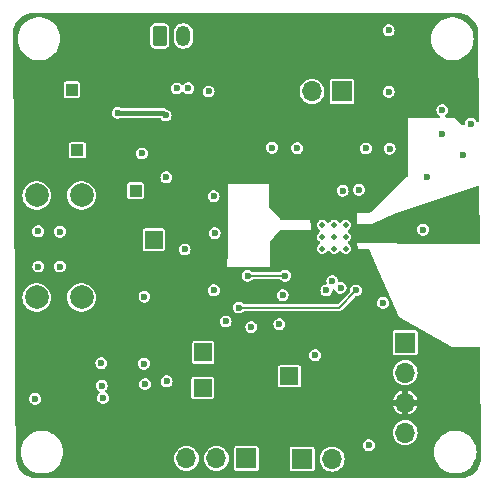
<source format=gbr>
%TF.GenerationSoftware,KiCad,Pcbnew,8.0.3*%
%TF.CreationDate,2025-03-04T10:01:37-06:00*%
%TF.ProjectId,wearable_v2_nrf,77656172-6162-46c6-955f-76325f6e7266,rev?*%
%TF.SameCoordinates,Original*%
%TF.FileFunction,Copper,L3,Inr*%
%TF.FilePolarity,Positive*%
%FSLAX46Y46*%
G04 Gerber Fmt 4.6, Leading zero omitted, Abs format (unit mm)*
G04 Created by KiCad (PCBNEW 8.0.3) date 2025-03-04 10:01:37*
%MOMM*%
%LPD*%
G01*
G04 APERTURE LIST*
G04 Aperture macros list*
%AMRoundRect*
0 Rectangle with rounded corners*
0 $1 Rounding radius*
0 $2 $3 $4 $5 $6 $7 $8 $9 X,Y pos of 4 corners*
0 Add a 4 corners polygon primitive as box body*
4,1,4,$2,$3,$4,$5,$6,$7,$8,$9,$2,$3,0*
0 Add four circle primitives for the rounded corners*
1,1,$1+$1,$2,$3*
1,1,$1+$1,$4,$5*
1,1,$1+$1,$6,$7*
1,1,$1+$1,$8,$9*
0 Add four rect primitives between the rounded corners*
20,1,$1+$1,$2,$3,$4,$5,0*
20,1,$1+$1,$4,$5,$6,$7,0*
20,1,$1+$1,$6,$7,$8,$9,0*
20,1,$1+$1,$8,$9,$2,$3,0*%
G04 Aperture macros list end*
%TA.AperFunction,ComponentPad*%
%ADD10R,1.700000X1.700000*%
%TD*%
%TA.AperFunction,ComponentPad*%
%ADD11O,1.700000X1.700000*%
%TD*%
%TA.AperFunction,ComponentPad*%
%ADD12RoundRect,0.250000X-0.350000X-0.625000X0.350000X-0.625000X0.350000X0.625000X-0.350000X0.625000X0*%
%TD*%
%TA.AperFunction,ComponentPad*%
%ADD13O,1.200000X1.750000*%
%TD*%
%TA.AperFunction,ComponentPad*%
%ADD14R,1.500000X1.500000*%
%TD*%
%TA.AperFunction,HeatsinkPad*%
%ADD15C,0.500000*%
%TD*%
%TA.AperFunction,ComponentPad*%
%ADD16C,2.010000*%
%TD*%
%TA.AperFunction,ComponentPad*%
%ADD17R,1.000000X1.000000*%
%TD*%
%TA.AperFunction,ViaPad*%
%ADD18C,0.600000*%
%TD*%
%TA.AperFunction,Conductor*%
%ADD19C,0.200000*%
%TD*%
%TA.AperFunction,Conductor*%
%ADD20C,0.400000*%
%TD*%
G04 APERTURE END LIST*
D10*
%TO.N,/ADC1_P*%
%TO.C,R5*%
X110200000Y-55275000D03*
D11*
%TO.N,GND*%
X107660000Y-55275000D03*
%TD*%
D12*
%TO.N,/VBAT+*%
%TO.C,BT1*%
X94775000Y-50575000D03*
D13*
%TO.N,GND*%
X96775000Y-50575000D03*
%TD*%
D14*
%TO.N,/I2C1_SCL*%
%TO.C,TP5*%
X98400000Y-80375000D03*
%TD*%
D10*
%TO.N,VCC*%
%TO.C,M1*%
X106825000Y-86400000D03*
D11*
%TO.N,Net-(D4-A)*%
X109365000Y-86400000D03*
%TD*%
D10*
%TO.N,/SWDIO*%
%TO.C,J1*%
X115550000Y-76545000D03*
D11*
%TO.N,/SWCLK*%
X115550000Y-79085000D03*
%TO.N,+3.3V*%
X115550000Y-81625000D03*
%TO.N,GND*%
X115550000Y-84165000D03*
%TD*%
D14*
%TO.N,/INT1*%
%TO.C,TP6*%
X94275000Y-67825000D03*
%TD*%
D15*
%TO.N,GND*%
%TO.C,U1*%
X108525000Y-66575000D03*
X108525000Y-67575000D03*
X108525000Y-68575000D03*
X109525000Y-66575000D03*
X109525000Y-67575000D03*
X109525000Y-68575000D03*
X110525000Y-66575000D03*
X110525000Y-67575000D03*
X110525000Y-68575000D03*
%TD*%
D16*
%TO.N,unconnected-(J2-PadMH1)*%
%TO.C,J2*%
X84347500Y-64080000D03*
%TO.N,unconnected-(J2-PadMH2)*%
X84347500Y-72720000D03*
%TO.N,unconnected-(J2-PadMH3)*%
X88147500Y-64080000D03*
%TO.N,unconnected-(J2-PadMH4)*%
X88147500Y-72720000D03*
%TD*%
D17*
%TO.N,/VBAT+*%
%TO.C,TP2*%
X87325000Y-55125000D03*
%TD*%
D14*
%TO.N,/I2C1_SDA*%
%TO.C,TP4*%
X98450000Y-77375000D03*
%TD*%
D10*
%TO.N,/USART1_TX*%
%TO.C,J3*%
X102100000Y-86350000D03*
D11*
%TO.N,/USART1_RX*%
X99560000Y-86350000D03*
%TO.N,GND*%
X97020000Y-86350000D03*
%TD*%
D17*
%TO.N,/VBUS*%
%TO.C,TP1*%
X87800000Y-60250000D03*
%TD*%
D14*
%TO.N,/HAPTIC*%
%TO.C,TP7*%
X105750000Y-79375000D03*
%TD*%
D17*
%TO.N,VCC*%
%TO.C,TP3*%
X92725000Y-63675000D03*
%TD*%
D18*
%TO.N,GND*%
X112225000Y-60100000D03*
X106400000Y-60075000D03*
X112475000Y-85225000D03*
X93425000Y-78325000D03*
X98900000Y-55275000D03*
X84475000Y-67125000D03*
X96200000Y-55025000D03*
X117075000Y-66975000D03*
X118675000Y-58850000D03*
X89975000Y-81225000D03*
X114225000Y-60125000D03*
X93475000Y-72650000D03*
X93250000Y-60525000D03*
X113675000Y-73175000D03*
X93525000Y-80050000D03*
X120450000Y-60625000D03*
X114150000Y-50100000D03*
X89850000Y-80175000D03*
X107925000Y-77600000D03*
X95350000Y-79825000D03*
X105175000Y-72525000D03*
X99325000Y-64150000D03*
X84225000Y-81300000D03*
X84500000Y-70100000D03*
X95325000Y-62550000D03*
X99425000Y-67275000D03*
X104275000Y-60037500D03*
X117362000Y-62488000D03*
X104900000Y-74975000D03*
X118700000Y-56850000D03*
X121100000Y-58000000D03*
%TO.N,VCC*%
X96875000Y-68650000D03*
X100350000Y-74750000D03*
%TO.N,/NRST*%
X89825000Y-78275000D03*
X101475000Y-73575000D03*
X111375000Y-72125000D03*
%TO.N,+3.3V*%
X91950000Y-85700000D03*
X100625000Y-53175000D03*
X93400000Y-75600000D03*
X94025000Y-81900000D03*
X96800000Y-83200000D03*
X102500000Y-55250000D03*
X119675000Y-79325000D03*
X103775000Y-53225000D03*
X99375000Y-75450000D03*
X100875000Y-55200000D03*
X119879507Y-81477661D03*
X116440695Y-86922447D03*
X100575000Y-51450000D03*
X85200000Y-57200000D03*
X102000000Y-51475000D03*
X87575000Y-86000000D03*
X113850000Y-86775000D03*
X95300000Y-75550000D03*
X91600000Y-72850000D03*
X92625000Y-73325000D03*
X104125000Y-76800000D03*
X104150000Y-75475000D03*
X103850000Y-51400000D03*
X104150000Y-55275000D03*
X108000000Y-52875000D03*
X88725000Y-50750000D03*
X101250000Y-78950000D03*
X92575000Y-71700000D03*
X102050000Y-53000000D03*
%TO.N,/VBUS*%
X91200000Y-57085000D03*
X95275000Y-57300000D03*
%TO.N,Net-(J2-CC2)*%
X86312500Y-70100000D03*
%TO.N,Net-(J2-CC1)*%
X86312500Y-67150000D03*
%TO.N,/USART1_RX*%
X108875000Y-72125000D03*
%TO.N,/USART1_TX*%
X109375000Y-71327761D03*
%TO.N,/ADC1_P*%
X110250000Y-63675000D03*
%TO.N,/LED0*%
X114150000Y-55300000D03*
X111625000Y-63600000D03*
%TO.N,/I2C1_SDA*%
X99347551Y-72112500D03*
%TO.N,/I2C1_SCL*%
X102525000Y-75225000D03*
%TO.N,/INT1*%
X102200000Y-70875000D03*
X105375000Y-70875000D03*
%TO.N,/STAT*%
X97162500Y-55012500D03*
X110075000Y-71900000D03*
%TD*%
D19*
%TO.N,/NRST*%
X101475000Y-73575000D02*
X109925000Y-73575000D01*
X109925000Y-73575000D02*
X111375000Y-72125000D01*
D20*
%TO.N,/VBUS*%
X95275000Y-57300000D02*
X95060000Y-57085000D01*
X95060000Y-57085000D02*
X91200000Y-57085000D01*
D19*
%TO.N,/INT1*%
X102200000Y-70875000D02*
X105375000Y-70875000D01*
%TD*%
%TA.AperFunction,Conductor*%
%TO.N,+3.3V*%
G36*
X120043629Y-48615029D02*
G01*
X120272231Y-48631381D01*
X120289737Y-48633898D01*
X120506726Y-48681103D01*
X120509347Y-48681673D01*
X120526322Y-48686658D01*
X120736889Y-48765197D01*
X120752979Y-48772544D01*
X120950239Y-48880258D01*
X120965121Y-48889822D01*
X120969173Y-48892856D01*
X121145035Y-49024506D01*
X121158406Y-49036092D01*
X121317325Y-49195013D01*
X121328911Y-49208385D01*
X121463588Y-49388297D01*
X121473152Y-49403180D01*
X121580861Y-49600436D01*
X121588211Y-49616530D01*
X121666749Y-49827105D01*
X121671733Y-49844080D01*
X121719503Y-50063682D01*
X121722021Y-50081193D01*
X121738397Y-50310172D01*
X121738713Y-50319018D01*
X121738713Y-50368337D01*
X121739116Y-50373254D01*
X121790244Y-57735733D01*
X121771025Y-57802907D01*
X121718540Y-57849028D01*
X121649453Y-57859451D01*
X121585697Y-57830869D01*
X121553455Y-57788109D01*
X121525377Y-57726627D01*
X121431128Y-57617857D01*
X121310053Y-57540047D01*
X121310051Y-57540046D01*
X121310049Y-57540045D01*
X121310050Y-57540045D01*
X121171963Y-57499500D01*
X121171961Y-57499500D01*
X121028039Y-57499500D01*
X121028036Y-57499500D01*
X120889949Y-57540045D01*
X120768873Y-57617856D01*
X120674623Y-57726626D01*
X120674622Y-57726628D01*
X120614834Y-57857543D01*
X120594353Y-58000000D01*
X120594353Y-58000003D01*
X120596228Y-58013047D01*
X120586283Y-58082205D01*
X120540527Y-58135008D01*
X120473487Y-58154691D01*
X120406448Y-58135005D01*
X120387035Y-58119581D01*
X119750001Y-57500000D01*
X119750000Y-57500000D01*
X119036640Y-57500000D01*
X118969601Y-57480315D01*
X118923846Y-57427511D01*
X118913902Y-57358353D01*
X118942927Y-57294797D01*
X118969600Y-57271685D01*
X118989563Y-57258854D01*
X119031128Y-57232143D01*
X119125377Y-57123373D01*
X119185165Y-56992457D01*
X119205647Y-56850000D01*
X119185165Y-56707543D01*
X119125377Y-56576627D01*
X119031128Y-56467857D01*
X118910053Y-56390047D01*
X118910051Y-56390046D01*
X118910049Y-56390045D01*
X118910050Y-56390045D01*
X118771963Y-56349500D01*
X118771961Y-56349500D01*
X118628039Y-56349500D01*
X118628036Y-56349500D01*
X118489949Y-56390045D01*
X118368873Y-56467856D01*
X118274623Y-56576626D01*
X118274622Y-56576628D01*
X118214834Y-56707543D01*
X118194353Y-56850000D01*
X118214834Y-56992456D01*
X118257098Y-57085000D01*
X118274623Y-57123373D01*
X118368872Y-57232143D01*
X118368874Y-57232144D01*
X118368873Y-57232144D01*
X118430400Y-57271685D01*
X118476154Y-57324489D01*
X118486098Y-57393647D01*
X118457073Y-57457203D01*
X118398295Y-57494977D01*
X118363360Y-57500000D01*
X115775000Y-57500000D01*
X115775000Y-62446871D01*
X115755315Y-62513910D01*
X115736535Y-62536647D01*
X112635921Y-65490776D01*
X112573806Y-65522768D01*
X112550386Y-65525000D01*
X111500000Y-65525000D01*
X111500000Y-66500000D01*
X112749999Y-66500000D01*
X112750000Y-66500000D01*
X114743061Y-65553295D01*
X114757289Y-65547587D01*
X121625000Y-63275000D01*
X121624999Y-63274999D01*
X121652897Y-63265768D01*
X121659375Y-63260679D01*
X121728931Y-63254068D01*
X121791019Y-63286113D01*
X121825927Y-63346637D01*
X121829406Y-63374956D01*
X121862039Y-68074129D01*
X121842820Y-68141303D01*
X121790335Y-68187424D01*
X121737719Y-68198990D01*
X118167335Y-68189692D01*
X118165525Y-68189674D01*
X111588524Y-68076522D01*
X111500000Y-68075000D01*
X111499999Y-68075000D01*
X111524999Y-68575000D01*
X111525000Y-68575000D01*
X112394202Y-68575000D01*
X112461241Y-68594685D01*
X112506996Y-68647489D01*
X112507636Y-68648912D01*
X113369874Y-70601626D01*
X115025000Y-74350000D01*
X119500000Y-76950000D01*
X121799254Y-76928905D01*
X121866469Y-76947974D01*
X121912706Y-77000356D01*
X121924386Y-77052039D01*
X121988673Y-86309443D01*
X121988360Y-86319151D01*
X121972046Y-86547230D01*
X121969528Y-86564742D01*
X121921755Y-86784347D01*
X121916771Y-86801322D01*
X121838228Y-87011902D01*
X121830878Y-87027996D01*
X121723169Y-87225247D01*
X121713604Y-87240129D01*
X121578920Y-87420046D01*
X121567334Y-87433417D01*
X121408417Y-87592334D01*
X121395046Y-87603920D01*
X121215129Y-87738604D01*
X121200247Y-87748169D01*
X121002996Y-87855878D01*
X120986902Y-87863228D01*
X120776322Y-87941771D01*
X120759347Y-87946755D01*
X120539742Y-87994528D01*
X120522230Y-87997046D01*
X120293630Y-88013398D01*
X120284783Y-88013714D01*
X84346806Y-88013714D01*
X84346794Y-88013713D01*
X84293637Y-88013713D01*
X84284792Y-88013397D01*
X84056190Y-87997049D01*
X84038678Y-87994531D01*
X83819072Y-87946760D01*
X83802096Y-87941776D01*
X83591517Y-87863236D01*
X83575424Y-87855887D01*
X83378168Y-87748179D01*
X83363284Y-87738614D01*
X83183363Y-87603929D01*
X83169992Y-87592343D01*
X83011067Y-87433420D01*
X82999488Y-87420057D01*
X82864791Y-87240127D01*
X82855238Y-87225261D01*
X82747519Y-87027991D01*
X82740173Y-87011905D01*
X82661629Y-86801322D01*
X82656647Y-86784357D01*
X82650033Y-86753956D01*
X82608870Y-86564742D01*
X82606353Y-86547231D01*
X82599639Y-86453372D01*
X82590030Y-86319027D01*
X82589714Y-86310180D01*
X82589714Y-86260064D01*
X82589310Y-86255154D01*
X82587511Y-85996043D01*
X82586248Y-85814209D01*
X82983665Y-85814209D01*
X82983665Y-85814218D01*
X83003830Y-86083315D01*
X83063878Y-86346402D01*
X83063880Y-86346409D01*
X83162470Y-86597610D01*
X83162472Y-86597614D01*
X83167276Y-86605934D01*
X83297399Y-86831316D01*
X83406341Y-86967924D01*
X83465656Y-87042303D01*
X83577858Y-87146410D01*
X83663473Y-87225849D01*
X83886440Y-87377865D01*
X84129573Y-87494952D01*
X84387442Y-87574494D01*
X84387443Y-87574494D01*
X84387446Y-87574495D01*
X84654277Y-87614713D01*
X84654282Y-87614713D01*
X84654285Y-87614714D01*
X84654286Y-87614714D01*
X84924142Y-87614714D01*
X84924143Y-87614714D01*
X84924150Y-87614713D01*
X85190981Y-87574495D01*
X85190982Y-87574494D01*
X85190986Y-87574494D01*
X85448855Y-87494952D01*
X85691989Y-87377865D01*
X85914955Y-87225849D01*
X86112775Y-87042299D01*
X86281029Y-86831316D01*
X86415957Y-86597612D01*
X86513139Y-86350000D01*
X95964417Y-86350000D01*
X95984699Y-86555932D01*
X95999867Y-86605934D01*
X96044768Y-86753954D01*
X96142315Y-86936450D01*
X96142317Y-86936452D01*
X96273589Y-87096410D01*
X96370209Y-87175702D01*
X96433550Y-87227685D01*
X96616046Y-87325232D01*
X96814066Y-87385300D01*
X96814065Y-87385300D01*
X96832529Y-87387118D01*
X97020000Y-87405583D01*
X97225934Y-87385300D01*
X97423954Y-87325232D01*
X97606450Y-87227685D01*
X97766410Y-87096410D01*
X97897685Y-86936450D01*
X97995232Y-86753954D01*
X98055300Y-86555934D01*
X98075583Y-86350000D01*
X98504417Y-86350000D01*
X98524699Y-86555932D01*
X98539867Y-86605934D01*
X98584768Y-86753954D01*
X98682315Y-86936450D01*
X98682317Y-86936452D01*
X98813589Y-87096410D01*
X98910209Y-87175702D01*
X98973550Y-87227685D01*
X99156046Y-87325232D01*
X99354066Y-87385300D01*
X99354065Y-87385300D01*
X99372529Y-87387118D01*
X99560000Y-87405583D01*
X99765934Y-87385300D01*
X99963954Y-87325232D01*
X100146450Y-87227685D01*
X100306410Y-87096410D01*
X100437685Y-86936450D01*
X100535232Y-86753954D01*
X100595300Y-86555934D01*
X100615583Y-86350000D01*
X100595300Y-86144066D01*
X100535232Y-85946046D01*
X100437685Y-85763550D01*
X100373183Y-85684954D01*
X100306410Y-85603589D01*
X100178202Y-85498373D01*
X100156115Y-85480247D01*
X101049500Y-85480247D01*
X101049500Y-87219752D01*
X101061131Y-87278229D01*
X101061132Y-87278230D01*
X101105447Y-87344552D01*
X101171769Y-87388867D01*
X101171770Y-87388868D01*
X101230247Y-87400499D01*
X101230250Y-87400500D01*
X101230252Y-87400500D01*
X102969750Y-87400500D01*
X102969751Y-87400499D01*
X102984568Y-87397552D01*
X103028229Y-87388868D01*
X103028229Y-87388867D01*
X103028231Y-87388867D01*
X103094552Y-87344552D01*
X103138867Y-87278231D01*
X103138867Y-87278229D01*
X103138868Y-87278229D01*
X103149287Y-87225848D01*
X103150500Y-87219748D01*
X103150500Y-85530247D01*
X105774500Y-85530247D01*
X105774500Y-87269752D01*
X105786131Y-87328229D01*
X105786132Y-87328230D01*
X105830447Y-87394552D01*
X105896769Y-87438867D01*
X105896770Y-87438868D01*
X105955247Y-87450499D01*
X105955250Y-87450500D01*
X105955252Y-87450500D01*
X107694750Y-87450500D01*
X107694751Y-87450499D01*
X107709568Y-87447552D01*
X107753229Y-87438868D01*
X107753229Y-87438867D01*
X107753231Y-87438867D01*
X107819552Y-87394552D01*
X107863867Y-87328231D01*
X107863867Y-87328229D01*
X107863868Y-87328229D01*
X107875499Y-87269752D01*
X107875500Y-87269750D01*
X107875500Y-86400000D01*
X108309417Y-86400000D01*
X108329699Y-86605932D01*
X108329700Y-86605934D01*
X108389768Y-86803954D01*
X108487315Y-86986450D01*
X108508202Y-87011901D01*
X108618589Y-87146410D01*
X108707953Y-87219748D01*
X108778550Y-87277685D01*
X108961046Y-87375232D01*
X109159066Y-87435300D01*
X109159065Y-87435300D01*
X109177529Y-87437118D01*
X109365000Y-87455583D01*
X109570934Y-87435300D01*
X109768954Y-87375232D01*
X109951450Y-87277685D01*
X110111410Y-87146410D01*
X110242685Y-86986450D01*
X110340232Y-86803954D01*
X110400300Y-86605934D01*
X110420583Y-86400000D01*
X110400300Y-86194066D01*
X110340232Y-85996046D01*
X110243037Y-85814209D01*
X117983665Y-85814209D01*
X117983665Y-85814218D01*
X118003830Y-86083315D01*
X118063878Y-86346402D01*
X118063880Y-86346409D01*
X118162470Y-86597610D01*
X118162472Y-86597614D01*
X118167276Y-86605934D01*
X118297399Y-86831316D01*
X118406341Y-86967924D01*
X118465656Y-87042303D01*
X118577858Y-87146410D01*
X118663473Y-87225849D01*
X118886440Y-87377865D01*
X119129573Y-87494952D01*
X119387442Y-87574494D01*
X119387443Y-87574494D01*
X119387446Y-87574495D01*
X119654277Y-87614713D01*
X119654282Y-87614713D01*
X119654285Y-87614714D01*
X119654286Y-87614714D01*
X119924142Y-87614714D01*
X119924143Y-87614714D01*
X119924150Y-87614713D01*
X120190981Y-87574495D01*
X120190982Y-87574494D01*
X120190986Y-87574494D01*
X120448855Y-87494952D01*
X120691989Y-87377865D01*
X120914955Y-87225849D01*
X121112775Y-87042299D01*
X121281029Y-86831316D01*
X121415957Y-86597612D01*
X121514548Y-86346409D01*
X121574597Y-86083317D01*
X121594763Y-85814214D01*
X121594713Y-85813550D01*
X121574597Y-85545112D01*
X121574597Y-85545111D01*
X121514548Y-85282019D01*
X121415957Y-85030816D01*
X121281029Y-84797112D01*
X121112775Y-84586129D01*
X121112774Y-84586128D01*
X121112771Y-84586124D01*
X120914955Y-84402579D01*
X120868537Y-84370932D01*
X120691989Y-84250563D01*
X120691983Y-84250560D01*
X120691982Y-84250559D01*
X120691981Y-84250558D01*
X120448857Y-84133477D01*
X120448859Y-84133477D01*
X120190987Y-84053934D01*
X120190981Y-84053932D01*
X119924150Y-84013714D01*
X119924143Y-84013714D01*
X119654285Y-84013714D01*
X119654277Y-84013714D01*
X119387446Y-84053932D01*
X119387440Y-84053934D01*
X119129572Y-84133476D01*
X118886444Y-84250560D01*
X118663472Y-84402579D01*
X118465656Y-84586124D01*
X118297399Y-84797112D01*
X118162472Y-85030813D01*
X118162470Y-85030817D01*
X118063880Y-85282018D01*
X118063878Y-85282025D01*
X118003830Y-85545112D01*
X117983665Y-85814209D01*
X110243037Y-85814209D01*
X110242685Y-85813550D01*
X110137149Y-85684953D01*
X110111410Y-85653589D01*
X109961121Y-85530252D01*
X109951450Y-85522315D01*
X109768954Y-85424768D01*
X109570934Y-85364700D01*
X109570932Y-85364699D01*
X109570934Y-85364699D01*
X109365000Y-85344417D01*
X109159067Y-85364699D01*
X109024736Y-85405448D01*
X108970933Y-85421769D01*
X108961043Y-85424769D01*
X108872089Y-85472317D01*
X108778550Y-85522315D01*
X108778548Y-85522316D01*
X108778547Y-85522317D01*
X108618589Y-85653589D01*
X108487317Y-85813547D01*
X108389769Y-85996043D01*
X108329699Y-86194067D01*
X108309417Y-86400000D01*
X107875500Y-86400000D01*
X107875500Y-85530249D01*
X107875499Y-85530247D01*
X107863868Y-85471770D01*
X107863867Y-85471769D01*
X107819552Y-85405447D01*
X107753230Y-85361132D01*
X107753229Y-85361131D01*
X107694752Y-85349500D01*
X107694748Y-85349500D01*
X105955252Y-85349500D01*
X105955247Y-85349500D01*
X105896770Y-85361131D01*
X105896769Y-85361132D01*
X105830447Y-85405447D01*
X105786132Y-85471769D01*
X105786131Y-85471770D01*
X105774500Y-85530247D01*
X103150500Y-85530247D01*
X103150500Y-85480252D01*
X103150500Y-85480249D01*
X103150499Y-85480247D01*
X103138868Y-85421770D01*
X103138867Y-85421769D01*
X103094552Y-85355447D01*
X103028230Y-85311132D01*
X103028229Y-85311131D01*
X102969752Y-85299500D01*
X102969748Y-85299500D01*
X101230252Y-85299500D01*
X101230247Y-85299500D01*
X101171770Y-85311131D01*
X101171769Y-85311132D01*
X101105447Y-85355447D01*
X101061132Y-85421769D01*
X101061131Y-85421770D01*
X101049500Y-85480247D01*
X100156115Y-85480247D01*
X100146450Y-85472315D01*
X99963954Y-85374768D01*
X99765934Y-85314700D01*
X99765932Y-85314699D01*
X99765934Y-85314699D01*
X99560000Y-85294417D01*
X99354067Y-85314699D01*
X99156043Y-85374769D01*
X99045898Y-85433643D01*
X98973550Y-85472315D01*
X98973548Y-85472316D01*
X98973547Y-85472317D01*
X98813589Y-85603589D01*
X98682317Y-85763547D01*
X98584769Y-85946043D01*
X98524699Y-86144067D01*
X98504417Y-86350000D01*
X98075583Y-86350000D01*
X98055300Y-86144066D01*
X97995232Y-85946046D01*
X97897685Y-85763550D01*
X97833183Y-85684954D01*
X97766410Y-85603589D01*
X97638202Y-85498373D01*
X97606450Y-85472315D01*
X97423954Y-85374768D01*
X97225934Y-85314700D01*
X97225932Y-85314699D01*
X97225934Y-85314699D01*
X97020000Y-85294417D01*
X96814067Y-85314699D01*
X96616043Y-85374769D01*
X96505898Y-85433643D01*
X96433550Y-85472315D01*
X96433548Y-85472316D01*
X96433547Y-85472317D01*
X96273589Y-85603589D01*
X96142317Y-85763547D01*
X96044769Y-85946043D01*
X95984699Y-86144067D01*
X95964417Y-86350000D01*
X86513139Y-86350000D01*
X86514548Y-86346409D01*
X86574597Y-86083317D01*
X86594763Y-85814214D01*
X86594713Y-85813550D01*
X86574597Y-85545112D01*
X86574597Y-85545111D01*
X86514548Y-85282019D01*
X86492169Y-85225000D01*
X111969353Y-85225000D01*
X111989834Y-85367456D01*
X112037723Y-85472317D01*
X112049623Y-85498373D01*
X112143872Y-85607143D01*
X112264947Y-85684953D01*
X112264950Y-85684954D01*
X112264949Y-85684954D01*
X112403036Y-85725499D01*
X112403038Y-85725500D01*
X112403039Y-85725500D01*
X112546962Y-85725500D01*
X112546962Y-85725499D01*
X112685053Y-85684953D01*
X112806128Y-85607143D01*
X112900377Y-85498373D01*
X112960165Y-85367457D01*
X112980647Y-85225000D01*
X112960165Y-85082543D01*
X112900377Y-84951627D01*
X112806128Y-84842857D01*
X112685053Y-84765047D01*
X112685051Y-84765046D01*
X112685049Y-84765045D01*
X112685050Y-84765045D01*
X112546963Y-84724500D01*
X112546961Y-84724500D01*
X112403039Y-84724500D01*
X112403036Y-84724500D01*
X112264949Y-84765045D01*
X112143873Y-84842856D01*
X112049623Y-84951626D01*
X112049622Y-84951628D01*
X111989834Y-85082543D01*
X111969353Y-85225000D01*
X86492169Y-85225000D01*
X86415957Y-85030816D01*
X86281029Y-84797112D01*
X86112775Y-84586129D01*
X86112774Y-84586128D01*
X86112771Y-84586124D01*
X85914955Y-84402579D01*
X85868537Y-84370932D01*
X85691989Y-84250563D01*
X85691983Y-84250560D01*
X85691982Y-84250559D01*
X85691981Y-84250558D01*
X85514316Y-84165000D01*
X114494417Y-84165000D01*
X114514699Y-84370932D01*
X114514700Y-84370934D01*
X114574768Y-84568954D01*
X114672315Y-84751450D01*
X114672317Y-84751452D01*
X114803589Y-84911410D01*
X114852596Y-84951628D01*
X114963550Y-85042685D01*
X115146046Y-85140232D01*
X115344066Y-85200300D01*
X115344065Y-85200300D01*
X115362529Y-85202118D01*
X115550000Y-85220583D01*
X115755934Y-85200300D01*
X115953954Y-85140232D01*
X116136450Y-85042685D01*
X116296410Y-84911410D01*
X116427685Y-84751450D01*
X116525232Y-84568954D01*
X116585300Y-84370934D01*
X116605583Y-84165000D01*
X116585300Y-83959066D01*
X116525232Y-83761046D01*
X116427685Y-83578550D01*
X116375702Y-83515209D01*
X116296410Y-83418589D01*
X116136452Y-83287317D01*
X116136453Y-83287317D01*
X116136450Y-83287315D01*
X115953954Y-83189768D01*
X115755934Y-83129700D01*
X115755932Y-83129699D01*
X115755934Y-83129699D01*
X115550000Y-83109417D01*
X115344067Y-83129699D01*
X115146043Y-83189769D01*
X115035898Y-83248643D01*
X114963550Y-83287315D01*
X114963548Y-83287316D01*
X114963547Y-83287317D01*
X114803589Y-83418589D01*
X114672317Y-83578547D01*
X114574769Y-83761043D01*
X114514699Y-83959067D01*
X114494417Y-84165000D01*
X85514316Y-84165000D01*
X85448857Y-84133477D01*
X85448859Y-84133477D01*
X85190987Y-84053934D01*
X85190981Y-84053932D01*
X84924150Y-84013714D01*
X84924143Y-84013714D01*
X84654285Y-84013714D01*
X84654277Y-84013714D01*
X84387446Y-84053932D01*
X84387440Y-84053934D01*
X84129572Y-84133476D01*
X83886444Y-84250560D01*
X83663472Y-84402579D01*
X83465656Y-84586124D01*
X83297399Y-84797112D01*
X83162472Y-85030813D01*
X83162470Y-85030817D01*
X83063880Y-85282018D01*
X83063878Y-85282025D01*
X83003830Y-85545112D01*
X82983665Y-85814209D01*
X82586248Y-85814209D01*
X82554899Y-81300000D01*
X83719353Y-81300000D01*
X83739834Y-81442456D01*
X83765370Y-81498371D01*
X83799623Y-81573373D01*
X83893872Y-81682143D01*
X84014947Y-81759953D01*
X84014950Y-81759954D01*
X84014949Y-81759954D01*
X84153036Y-81800499D01*
X84153038Y-81800500D01*
X84153039Y-81800500D01*
X84296962Y-81800500D01*
X84296962Y-81800499D01*
X84435053Y-81759953D01*
X84556128Y-81682143D01*
X84650377Y-81573373D01*
X84710165Y-81442457D01*
X84730647Y-81300000D01*
X84710165Y-81157543D01*
X84650377Y-81026627D01*
X84556128Y-80917857D01*
X84435053Y-80840047D01*
X84435051Y-80840046D01*
X84435049Y-80840045D01*
X84435050Y-80840045D01*
X84296963Y-80799500D01*
X84296961Y-80799500D01*
X84153039Y-80799500D01*
X84153036Y-80799500D01*
X84014949Y-80840045D01*
X83893873Y-80917856D01*
X83799623Y-81026626D01*
X83799622Y-81026628D01*
X83739834Y-81157543D01*
X83719353Y-81300000D01*
X82554899Y-81300000D01*
X82547086Y-80175000D01*
X89344353Y-80175000D01*
X89364834Y-80317456D01*
X89368508Y-80325500D01*
X89424623Y-80448373D01*
X89518872Y-80557143D01*
X89639947Y-80634953D01*
X89641343Y-80635850D01*
X89687098Y-80688654D01*
X89697042Y-80757813D01*
X89668017Y-80821369D01*
X89650297Y-80836724D01*
X89650577Y-80837047D01*
X89643874Y-80842855D01*
X89549623Y-80951626D01*
X89549622Y-80951628D01*
X89489834Y-81082543D01*
X89469353Y-81225000D01*
X89489834Y-81367456D01*
X89549622Y-81498371D01*
X89549623Y-81498373D01*
X89643872Y-81607143D01*
X89764947Y-81684953D01*
X89764950Y-81684954D01*
X89764949Y-81684954D01*
X89903036Y-81725499D01*
X89903038Y-81725500D01*
X89903039Y-81725500D01*
X90046962Y-81725500D01*
X90046962Y-81725499D01*
X90185053Y-81684953D01*
X90306128Y-81607143D01*
X90400377Y-81498373D01*
X90456720Y-81375000D01*
X114528590Y-81375000D01*
X115116988Y-81375000D01*
X115084075Y-81432007D01*
X115050000Y-81559174D01*
X115050000Y-81690826D01*
X115084075Y-81817993D01*
X115116988Y-81875000D01*
X114528590Y-81875000D01*
X114575233Y-82028766D01*
X114672728Y-82211166D01*
X114672732Y-82211173D01*
X114803944Y-82371055D01*
X114963826Y-82502267D01*
X114963833Y-82502271D01*
X115146233Y-82599766D01*
X115300000Y-82646410D01*
X115300000Y-82058012D01*
X115357007Y-82090925D01*
X115484174Y-82125000D01*
X115615826Y-82125000D01*
X115742993Y-82090925D01*
X115800000Y-82058012D01*
X115800000Y-82646410D01*
X115953766Y-82599766D01*
X116136166Y-82502271D01*
X116136173Y-82502267D01*
X116296055Y-82371055D01*
X116427267Y-82211173D01*
X116427271Y-82211166D01*
X116524766Y-82028766D01*
X116571410Y-81875000D01*
X115983012Y-81875000D01*
X116015925Y-81817993D01*
X116050000Y-81690826D01*
X116050000Y-81559174D01*
X116015925Y-81432007D01*
X115983012Y-81375000D01*
X116571410Y-81375000D01*
X116524766Y-81221233D01*
X116427271Y-81038833D01*
X116427267Y-81038826D01*
X116296055Y-80878944D01*
X116136173Y-80747732D01*
X116136166Y-80747728D01*
X115953763Y-80650232D01*
X115800000Y-80603587D01*
X115800000Y-81191988D01*
X115742993Y-81159075D01*
X115615826Y-81125000D01*
X115484174Y-81125000D01*
X115357007Y-81159075D01*
X115300000Y-81191988D01*
X115300000Y-80603587D01*
X115146236Y-80650232D01*
X114963833Y-80747728D01*
X114963826Y-80747732D01*
X114803944Y-80878944D01*
X114672732Y-81038826D01*
X114672728Y-81038833D01*
X114575233Y-81221233D01*
X114528590Y-81375000D01*
X90456720Y-81375000D01*
X90460165Y-81367457D01*
X90480647Y-81225000D01*
X90460165Y-81082543D01*
X90400377Y-80951627D01*
X90306128Y-80842857D01*
X90306125Y-80842855D01*
X90306126Y-80842855D01*
X90183655Y-80764148D01*
X90137901Y-80711344D01*
X90127957Y-80642186D01*
X90156982Y-80578630D01*
X90174703Y-80563277D01*
X90174423Y-80562953D01*
X90181120Y-80557147D01*
X90181128Y-80557143D01*
X90275377Y-80448373D01*
X90335165Y-80317457D01*
X90355647Y-80175000D01*
X90337675Y-80050000D01*
X93019353Y-80050000D01*
X93039834Y-80192456D01*
X93075043Y-80269552D01*
X93099623Y-80323373D01*
X93193872Y-80432143D01*
X93314947Y-80509953D01*
X93314950Y-80509954D01*
X93314949Y-80509954D01*
X93453036Y-80550499D01*
X93453038Y-80550500D01*
X93453039Y-80550500D01*
X93596962Y-80550500D01*
X93596962Y-80550499D01*
X93735053Y-80509953D01*
X93856128Y-80432143D01*
X93950377Y-80323373D01*
X94010165Y-80192457D01*
X94030647Y-80050000D01*
X94010165Y-79907543D01*
X93972468Y-79825000D01*
X94844353Y-79825000D01*
X94864834Y-79967456D01*
X94907203Y-80060230D01*
X94924623Y-80098373D01*
X95018872Y-80207143D01*
X95139947Y-80284953D01*
X95139950Y-80284954D01*
X95139949Y-80284954D01*
X95247107Y-80316417D01*
X95270788Y-80323371D01*
X95278036Y-80325499D01*
X95278038Y-80325500D01*
X95278039Y-80325500D01*
X95421962Y-80325500D01*
X95421962Y-80325499D01*
X95560053Y-80284953D01*
X95681128Y-80207143D01*
X95775377Y-80098373D01*
X95835165Y-79967457D01*
X95855647Y-79825000D01*
X95835165Y-79682543D01*
X95799865Y-79605247D01*
X97449500Y-79605247D01*
X97449500Y-81144752D01*
X97461131Y-81203229D01*
X97461132Y-81203230D01*
X97505447Y-81269552D01*
X97571769Y-81313867D01*
X97571770Y-81313868D01*
X97630247Y-81325499D01*
X97630250Y-81325500D01*
X97630252Y-81325500D01*
X99169750Y-81325500D01*
X99169751Y-81325499D01*
X99184568Y-81322552D01*
X99228229Y-81313868D01*
X99228229Y-81313867D01*
X99228231Y-81313867D01*
X99294552Y-81269552D01*
X99338867Y-81203231D01*
X99338867Y-81203229D01*
X99338868Y-81203229D01*
X99350499Y-81144752D01*
X99350500Y-81144750D01*
X99350500Y-79605249D01*
X99350499Y-79605247D01*
X99338868Y-79546770D01*
X99338867Y-79546769D01*
X99294552Y-79480447D01*
X99228230Y-79436132D01*
X99228229Y-79436131D01*
X99169752Y-79424500D01*
X99169748Y-79424500D01*
X97630252Y-79424500D01*
X97630247Y-79424500D01*
X97571770Y-79436131D01*
X97571769Y-79436132D01*
X97505447Y-79480447D01*
X97461132Y-79546769D01*
X97461131Y-79546770D01*
X97449500Y-79605247D01*
X95799865Y-79605247D01*
X95775377Y-79551627D01*
X95681128Y-79442857D01*
X95560053Y-79365047D01*
X95560051Y-79365046D01*
X95560049Y-79365045D01*
X95560050Y-79365045D01*
X95421963Y-79324500D01*
X95421961Y-79324500D01*
X95278039Y-79324500D01*
X95278036Y-79324500D01*
X95139949Y-79365045D01*
X95018873Y-79442856D01*
X94924623Y-79551626D01*
X94924622Y-79551628D01*
X94864834Y-79682543D01*
X94844353Y-79825000D01*
X93972468Y-79825000D01*
X93950377Y-79776627D01*
X93856128Y-79667857D01*
X93735053Y-79590047D01*
X93735051Y-79590046D01*
X93735049Y-79590045D01*
X93735050Y-79590045D01*
X93596963Y-79549500D01*
X93596961Y-79549500D01*
X93453039Y-79549500D01*
X93453036Y-79549500D01*
X93314949Y-79590045D01*
X93193873Y-79667856D01*
X93099623Y-79776626D01*
X93099622Y-79776628D01*
X93039834Y-79907543D01*
X93019353Y-80050000D01*
X90337675Y-80050000D01*
X90335165Y-80032543D01*
X90275377Y-79901627D01*
X90181128Y-79792857D01*
X90060053Y-79715047D01*
X90060051Y-79715046D01*
X90060049Y-79715045D01*
X90060050Y-79715045D01*
X89921963Y-79674500D01*
X89921961Y-79674500D01*
X89778039Y-79674500D01*
X89778036Y-79674500D01*
X89639949Y-79715045D01*
X89518873Y-79792856D01*
X89424623Y-79901626D01*
X89424622Y-79901628D01*
X89364834Y-80032543D01*
X89344353Y-80175000D01*
X82547086Y-80175000D01*
X82533892Y-78275000D01*
X89319353Y-78275000D01*
X89339834Y-78417456D01*
X89348364Y-78436133D01*
X89399623Y-78548373D01*
X89493872Y-78657143D01*
X89614947Y-78734953D01*
X89614950Y-78734954D01*
X89614949Y-78734954D01*
X89753036Y-78775499D01*
X89753038Y-78775500D01*
X89753039Y-78775500D01*
X89896962Y-78775500D01*
X89896962Y-78775499D01*
X90035053Y-78734953D01*
X90156128Y-78657143D01*
X90250377Y-78548373D01*
X90310165Y-78417457D01*
X90323458Y-78325000D01*
X92919353Y-78325000D01*
X92939834Y-78467456D01*
X92999622Y-78598371D01*
X92999623Y-78598373D01*
X93093872Y-78707143D01*
X93214947Y-78784953D01*
X93214950Y-78784954D01*
X93214949Y-78784954D01*
X93353036Y-78825499D01*
X93353038Y-78825500D01*
X93353039Y-78825500D01*
X93496962Y-78825500D01*
X93496962Y-78825499D01*
X93635053Y-78784953D01*
X93756128Y-78707143D01*
X93844421Y-78605247D01*
X104799500Y-78605247D01*
X104799500Y-80144752D01*
X104811131Y-80203229D01*
X104811132Y-80203230D01*
X104855447Y-80269552D01*
X104921769Y-80313867D01*
X104921770Y-80313868D01*
X104980247Y-80325499D01*
X104980250Y-80325500D01*
X104980252Y-80325500D01*
X106519750Y-80325500D01*
X106519751Y-80325499D01*
X106534568Y-80322552D01*
X106578229Y-80313868D01*
X106578229Y-80313867D01*
X106578231Y-80313867D01*
X106644552Y-80269552D01*
X106688867Y-80203231D01*
X106688867Y-80203229D01*
X106688868Y-80203229D01*
X106700499Y-80144752D01*
X106700500Y-80144750D01*
X106700500Y-79085000D01*
X114494417Y-79085000D01*
X114514699Y-79290932D01*
X114514700Y-79290934D01*
X114574768Y-79488954D01*
X114672315Y-79671450D01*
X114672317Y-79671452D01*
X114803589Y-79831410D01*
X114889149Y-79901626D01*
X114963550Y-79962685D01*
X115146046Y-80060232D01*
X115344066Y-80120300D01*
X115344065Y-80120300D01*
X115362529Y-80122118D01*
X115550000Y-80140583D01*
X115755934Y-80120300D01*
X115953954Y-80060232D01*
X116136450Y-79962685D01*
X116296410Y-79831410D01*
X116427685Y-79671450D01*
X116525232Y-79488954D01*
X116585300Y-79290934D01*
X116605583Y-79085000D01*
X116585300Y-78879066D01*
X116525232Y-78681046D01*
X116427685Y-78498550D01*
X116361133Y-78417456D01*
X116296410Y-78338589D01*
X116136452Y-78207317D01*
X116136453Y-78207317D01*
X116136450Y-78207315D01*
X115953954Y-78109768D01*
X115755934Y-78049700D01*
X115755932Y-78049699D01*
X115755934Y-78049699D01*
X115550000Y-78029417D01*
X115344067Y-78049699D01*
X115146043Y-78109769D01*
X115080596Y-78144752D01*
X114963550Y-78207315D01*
X114963548Y-78207316D01*
X114963547Y-78207317D01*
X114803589Y-78338589D01*
X114672317Y-78498547D01*
X114574769Y-78681043D01*
X114514699Y-78879067D01*
X114494417Y-79085000D01*
X106700500Y-79085000D01*
X106700500Y-78605249D01*
X106700499Y-78605247D01*
X106688868Y-78546770D01*
X106688867Y-78546769D01*
X106644552Y-78480447D01*
X106578230Y-78436132D01*
X106578229Y-78436131D01*
X106519752Y-78424500D01*
X106519748Y-78424500D01*
X104980252Y-78424500D01*
X104980247Y-78424500D01*
X104921770Y-78436131D01*
X104921769Y-78436132D01*
X104855447Y-78480447D01*
X104811132Y-78546769D01*
X104811131Y-78546770D01*
X104799500Y-78605247D01*
X93844421Y-78605247D01*
X93850377Y-78598373D01*
X93910165Y-78467457D01*
X93930647Y-78325000D01*
X93910165Y-78182543D01*
X93850377Y-78051627D01*
X93756128Y-77942857D01*
X93635053Y-77865047D01*
X93635051Y-77865046D01*
X93635049Y-77865045D01*
X93635050Y-77865045D01*
X93496963Y-77824500D01*
X93496961Y-77824500D01*
X93353039Y-77824500D01*
X93353036Y-77824500D01*
X93214949Y-77865045D01*
X93093873Y-77942856D01*
X92999623Y-78051626D01*
X92999622Y-78051628D01*
X92939834Y-78182543D01*
X92919353Y-78325000D01*
X90323458Y-78325000D01*
X90330647Y-78275000D01*
X90310165Y-78132543D01*
X90250377Y-78001627D01*
X90156128Y-77892857D01*
X90035053Y-77815047D01*
X90035051Y-77815046D01*
X90035049Y-77815045D01*
X90035050Y-77815045D01*
X89896963Y-77774500D01*
X89896961Y-77774500D01*
X89753039Y-77774500D01*
X89753036Y-77774500D01*
X89614949Y-77815045D01*
X89493873Y-77892856D01*
X89399623Y-78001626D01*
X89399622Y-78001628D01*
X89339834Y-78132543D01*
X89319353Y-78275000D01*
X82533892Y-78275000D01*
X82522297Y-76605247D01*
X97499500Y-76605247D01*
X97499500Y-78144752D01*
X97511131Y-78203229D01*
X97511132Y-78203230D01*
X97555447Y-78269552D01*
X97621769Y-78313867D01*
X97621770Y-78313868D01*
X97680247Y-78325499D01*
X97680250Y-78325500D01*
X97680252Y-78325500D01*
X99219750Y-78325500D01*
X99219751Y-78325499D01*
X99234568Y-78322552D01*
X99278229Y-78313868D01*
X99278229Y-78313867D01*
X99278231Y-78313867D01*
X99344552Y-78269552D01*
X99388867Y-78203231D01*
X99388867Y-78203229D01*
X99388868Y-78203229D01*
X99400499Y-78144752D01*
X99400500Y-78144750D01*
X99400500Y-77600000D01*
X107419353Y-77600000D01*
X107439834Y-77742456D01*
X107499622Y-77873371D01*
X107499623Y-77873373D01*
X107593872Y-77982143D01*
X107714947Y-78059953D01*
X107714950Y-78059954D01*
X107714949Y-78059954D01*
X107853036Y-78100499D01*
X107853038Y-78100500D01*
X107853039Y-78100500D01*
X107996962Y-78100500D01*
X107996962Y-78100499D01*
X108135053Y-78059953D01*
X108256128Y-77982143D01*
X108350377Y-77873373D01*
X108410165Y-77742457D01*
X108430647Y-77600000D01*
X108410165Y-77457543D01*
X108350377Y-77326627D01*
X108256128Y-77217857D01*
X108135053Y-77140047D01*
X108135051Y-77140046D01*
X108135049Y-77140045D01*
X108135050Y-77140045D01*
X107996963Y-77099500D01*
X107996961Y-77099500D01*
X107853039Y-77099500D01*
X107853036Y-77099500D01*
X107714949Y-77140045D01*
X107593873Y-77217856D01*
X107499623Y-77326626D01*
X107499622Y-77326628D01*
X107439834Y-77457543D01*
X107419353Y-77600000D01*
X99400500Y-77600000D01*
X99400500Y-76605249D01*
X99400499Y-76605247D01*
X99388868Y-76546770D01*
X99388867Y-76546769D01*
X99344552Y-76480447D01*
X99278230Y-76436132D01*
X99278229Y-76436131D01*
X99219752Y-76424500D01*
X99219748Y-76424500D01*
X97680252Y-76424500D01*
X97680247Y-76424500D01*
X97621770Y-76436131D01*
X97621769Y-76436132D01*
X97555447Y-76480447D01*
X97511132Y-76546769D01*
X97511131Y-76546770D01*
X97499500Y-76605247D01*
X82522297Y-76605247D01*
X82509413Y-74750000D01*
X99844353Y-74750000D01*
X99864834Y-74892456D01*
X99924622Y-75023371D01*
X99924623Y-75023373D01*
X100018872Y-75132143D01*
X100139947Y-75209953D01*
X100139950Y-75209954D01*
X100139949Y-75209954D01*
X100247107Y-75241417D01*
X100270788Y-75248371D01*
X100278036Y-75250499D01*
X100278038Y-75250500D01*
X100278039Y-75250500D01*
X100421962Y-75250500D01*
X100421962Y-75250499D01*
X100508806Y-75225000D01*
X102019353Y-75225000D01*
X102039834Y-75367456D01*
X102070660Y-75434954D01*
X102099623Y-75498373D01*
X102193872Y-75607143D01*
X102314947Y-75684953D01*
X102314950Y-75684954D01*
X102314949Y-75684954D01*
X102453036Y-75725499D01*
X102453038Y-75725500D01*
X102453039Y-75725500D01*
X102596962Y-75725500D01*
X102596962Y-75725499D01*
X102735053Y-75684953D01*
X102750156Y-75675247D01*
X114499500Y-75675247D01*
X114499500Y-77414752D01*
X114511131Y-77473229D01*
X114511132Y-77473230D01*
X114555447Y-77539552D01*
X114621769Y-77583867D01*
X114621770Y-77583868D01*
X114680247Y-77595499D01*
X114680250Y-77595500D01*
X114680252Y-77595500D01*
X116419750Y-77595500D01*
X116419751Y-77595499D01*
X116434568Y-77592552D01*
X116478229Y-77583868D01*
X116478229Y-77583867D01*
X116478231Y-77583867D01*
X116544552Y-77539552D01*
X116588867Y-77473231D01*
X116588867Y-77473229D01*
X116588868Y-77473229D01*
X116600499Y-77414752D01*
X116600500Y-77414750D01*
X116600500Y-75675249D01*
X116600499Y-75675247D01*
X116588868Y-75616770D01*
X116588867Y-75616769D01*
X116544552Y-75550447D01*
X116478230Y-75506132D01*
X116478229Y-75506131D01*
X116419752Y-75494500D01*
X116419748Y-75494500D01*
X114680252Y-75494500D01*
X114680247Y-75494500D01*
X114621770Y-75506131D01*
X114621769Y-75506132D01*
X114555447Y-75550447D01*
X114511132Y-75616769D01*
X114511131Y-75616770D01*
X114499500Y-75675247D01*
X102750156Y-75675247D01*
X102856128Y-75607143D01*
X102950377Y-75498373D01*
X103010165Y-75367457D01*
X103030647Y-75225000D01*
X103010165Y-75082543D01*
X102961051Y-74975000D01*
X104394353Y-74975000D01*
X104414834Y-75117456D01*
X104457077Y-75209953D01*
X104474623Y-75248373D01*
X104568872Y-75357143D01*
X104689947Y-75434953D01*
X104689950Y-75434954D01*
X104689949Y-75434954D01*
X104828036Y-75475499D01*
X104828038Y-75475500D01*
X104828039Y-75475500D01*
X104971962Y-75475500D01*
X104971962Y-75475499D01*
X105110053Y-75434953D01*
X105231128Y-75357143D01*
X105325377Y-75248373D01*
X105385165Y-75117457D01*
X105405647Y-74975000D01*
X105385165Y-74832543D01*
X105325377Y-74701627D01*
X105231128Y-74592857D01*
X105110053Y-74515047D01*
X105110051Y-74515046D01*
X105110049Y-74515045D01*
X105110050Y-74515045D01*
X104971963Y-74474500D01*
X104971961Y-74474500D01*
X104828039Y-74474500D01*
X104828036Y-74474500D01*
X104689949Y-74515045D01*
X104568873Y-74592856D01*
X104474623Y-74701626D01*
X104474622Y-74701628D01*
X104414834Y-74832543D01*
X104394353Y-74975000D01*
X102961051Y-74975000D01*
X102950377Y-74951627D01*
X102856128Y-74842857D01*
X102735053Y-74765047D01*
X102735051Y-74765046D01*
X102735049Y-74765045D01*
X102735050Y-74765045D01*
X102596963Y-74724500D01*
X102596961Y-74724500D01*
X102453039Y-74724500D01*
X102453036Y-74724500D01*
X102314949Y-74765045D01*
X102193873Y-74842856D01*
X102099623Y-74951626D01*
X102099622Y-74951628D01*
X102039834Y-75082543D01*
X102019353Y-75225000D01*
X100508806Y-75225000D01*
X100560053Y-75209953D01*
X100681128Y-75132143D01*
X100775377Y-75023373D01*
X100835165Y-74892457D01*
X100855647Y-74750000D01*
X100835165Y-74607543D01*
X100775377Y-74476627D01*
X100681128Y-74367857D01*
X100560053Y-74290047D01*
X100560051Y-74290046D01*
X100560049Y-74290045D01*
X100560050Y-74290045D01*
X100421963Y-74249500D01*
X100421961Y-74249500D01*
X100278039Y-74249500D01*
X100278036Y-74249500D01*
X100139949Y-74290045D01*
X100018873Y-74367856D01*
X99924623Y-74476626D01*
X99924622Y-74476628D01*
X99864834Y-74607543D01*
X99844353Y-74750000D01*
X82509413Y-74750000D01*
X82495316Y-72719999D01*
X83136836Y-72719999D01*
X83136836Y-72720000D01*
X83157449Y-72942454D01*
X83157449Y-72942456D01*
X83157450Y-72942459D01*
X83169541Y-72984954D01*
X83218590Y-73157345D01*
X83318169Y-73357326D01*
X83318174Y-73357334D01*
X83452810Y-73535621D01*
X83617911Y-73686130D01*
X83617913Y-73686132D01*
X83807857Y-73803740D01*
X83807858Y-73803740D01*
X83807861Y-73803742D01*
X84016186Y-73884448D01*
X84235794Y-73925500D01*
X84235796Y-73925500D01*
X84459204Y-73925500D01*
X84459206Y-73925500D01*
X84678814Y-73884448D01*
X84887139Y-73803742D01*
X85077088Y-73686131D01*
X85242191Y-73535619D01*
X85376827Y-73357332D01*
X85476411Y-73157342D01*
X85537550Y-72942459D01*
X85558164Y-72720000D01*
X85558164Y-72719999D01*
X86936836Y-72719999D01*
X86936836Y-72720000D01*
X86957449Y-72942454D01*
X86957449Y-72942456D01*
X86957450Y-72942459D01*
X86969541Y-72984954D01*
X87018590Y-73157345D01*
X87118169Y-73357326D01*
X87118174Y-73357334D01*
X87252810Y-73535621D01*
X87417911Y-73686130D01*
X87417913Y-73686132D01*
X87607857Y-73803740D01*
X87607858Y-73803740D01*
X87607861Y-73803742D01*
X87816186Y-73884448D01*
X88035794Y-73925500D01*
X88035796Y-73925500D01*
X88259204Y-73925500D01*
X88259206Y-73925500D01*
X88478814Y-73884448D01*
X88687139Y-73803742D01*
X88877088Y-73686131D01*
X88998992Y-73575000D01*
X100969353Y-73575000D01*
X100989834Y-73717456D01*
X101029240Y-73803742D01*
X101049623Y-73848373D01*
X101143872Y-73957143D01*
X101264947Y-74034953D01*
X101264950Y-74034954D01*
X101264949Y-74034954D01*
X101403036Y-74075499D01*
X101403038Y-74075500D01*
X101403039Y-74075500D01*
X101546962Y-74075500D01*
X101546962Y-74075499D01*
X101685053Y-74034953D01*
X101806128Y-73957143D01*
X101839788Y-73918296D01*
X101898567Y-73880523D01*
X101933501Y-73875500D01*
X109964560Y-73875500D01*
X109964562Y-73875500D01*
X110040989Y-73855021D01*
X110109511Y-73815460D01*
X110165460Y-73759511D01*
X110749970Y-73175000D01*
X113169353Y-73175000D01*
X113189834Y-73317456D01*
X113249622Y-73448371D01*
X113249623Y-73448373D01*
X113343872Y-73557143D01*
X113464947Y-73634953D01*
X113464950Y-73634954D01*
X113464949Y-73634954D01*
X113603036Y-73675499D01*
X113603038Y-73675500D01*
X113603039Y-73675500D01*
X113746962Y-73675500D01*
X113746962Y-73675499D01*
X113885053Y-73634953D01*
X114006128Y-73557143D01*
X114100377Y-73448373D01*
X114160165Y-73317457D01*
X114180647Y-73175000D01*
X114160165Y-73032543D01*
X114100377Y-72901627D01*
X114006128Y-72792857D01*
X113885053Y-72715047D01*
X113885051Y-72715046D01*
X113885049Y-72715045D01*
X113885050Y-72715045D01*
X113746963Y-72674500D01*
X113746961Y-72674500D01*
X113603039Y-72674500D01*
X113603036Y-72674500D01*
X113464949Y-72715045D01*
X113343873Y-72792856D01*
X113249623Y-72901626D01*
X113249622Y-72901628D01*
X113189834Y-73032543D01*
X113169353Y-73175000D01*
X110749970Y-73175000D01*
X111263151Y-72661818D01*
X111324474Y-72628334D01*
X111350832Y-72625500D01*
X111446962Y-72625500D01*
X111446962Y-72625499D01*
X111585053Y-72584953D01*
X111706128Y-72507143D01*
X111800377Y-72398373D01*
X111860165Y-72267457D01*
X111880647Y-72125000D01*
X111860165Y-71982543D01*
X111800377Y-71851627D01*
X111706128Y-71742857D01*
X111585053Y-71665047D01*
X111585051Y-71665046D01*
X111585049Y-71665045D01*
X111585050Y-71665045D01*
X111446963Y-71624500D01*
X111446961Y-71624500D01*
X111303039Y-71624500D01*
X111303036Y-71624500D01*
X111164949Y-71665045D01*
X111043873Y-71742856D01*
X110949623Y-71851626D01*
X110949622Y-71851628D01*
X110889834Y-71982543D01*
X110869353Y-72125000D01*
X110869353Y-72125001D01*
X110870661Y-72134103D01*
X110860713Y-72203261D01*
X110835603Y-72239424D01*
X109836848Y-73238181D01*
X109775525Y-73271666D01*
X109749167Y-73274500D01*
X101933501Y-73274500D01*
X101866462Y-73254815D01*
X101839788Y-73231703D01*
X101806128Y-73192857D01*
X101685053Y-73115047D01*
X101685051Y-73115046D01*
X101685049Y-73115045D01*
X101685050Y-73115045D01*
X101546963Y-73074500D01*
X101546961Y-73074500D01*
X101403039Y-73074500D01*
X101403036Y-73074500D01*
X101264949Y-73115045D01*
X101143873Y-73192856D01*
X101049623Y-73301626D01*
X101049622Y-73301628D01*
X100989834Y-73432543D01*
X100969353Y-73575000D01*
X88998992Y-73575000D01*
X89042191Y-73535619D01*
X89176827Y-73357332D01*
X89276411Y-73157342D01*
X89337550Y-72942459D01*
X89358164Y-72720000D01*
X89351678Y-72650000D01*
X92969353Y-72650000D01*
X92989834Y-72792456D01*
X93039691Y-72901626D01*
X93049623Y-72923373D01*
X93143872Y-73032143D01*
X93264947Y-73109953D01*
X93264950Y-73109954D01*
X93264949Y-73109954D01*
X93403036Y-73150499D01*
X93403038Y-73150500D01*
X93403039Y-73150500D01*
X93546962Y-73150500D01*
X93546962Y-73150499D01*
X93685053Y-73109953D01*
X93806128Y-73032143D01*
X93900377Y-72923373D01*
X93960165Y-72792457D01*
X93980647Y-72650000D01*
X93960165Y-72507543D01*
X93900377Y-72376627D01*
X93806128Y-72267857D01*
X93685053Y-72190047D01*
X93685051Y-72190046D01*
X93685049Y-72190045D01*
X93685050Y-72190045D01*
X93546963Y-72149500D01*
X93546961Y-72149500D01*
X93403039Y-72149500D01*
X93403036Y-72149500D01*
X93264949Y-72190045D01*
X93143873Y-72267856D01*
X93049623Y-72376626D01*
X93049622Y-72376628D01*
X92989834Y-72507543D01*
X92969353Y-72650000D01*
X89351678Y-72650000D01*
X89337550Y-72497541D01*
X89276411Y-72282658D01*
X89206798Y-72142857D01*
X89191682Y-72112500D01*
X98841904Y-72112500D01*
X98862385Y-72254956D01*
X98910337Y-72359954D01*
X98922174Y-72385873D01*
X99016423Y-72494643D01*
X99137498Y-72572453D01*
X99137501Y-72572454D01*
X99137500Y-72572454D01*
X99275587Y-72612999D01*
X99275589Y-72613000D01*
X99275590Y-72613000D01*
X99419513Y-72613000D01*
X99419513Y-72612999D01*
X99557604Y-72572453D01*
X99631442Y-72525000D01*
X104669353Y-72525000D01*
X104689834Y-72667456D01*
X104746921Y-72792456D01*
X104749623Y-72798373D01*
X104843872Y-72907143D01*
X104964947Y-72984953D01*
X104964950Y-72984954D01*
X104964949Y-72984954D01*
X105103036Y-73025499D01*
X105103038Y-73025500D01*
X105103039Y-73025500D01*
X105246962Y-73025500D01*
X105246962Y-73025499D01*
X105385053Y-72984953D01*
X105506128Y-72907143D01*
X105600377Y-72798373D01*
X105660165Y-72667457D01*
X105680647Y-72525000D01*
X105660165Y-72382543D01*
X105600377Y-72251627D01*
X105506128Y-72142857D01*
X105478342Y-72125000D01*
X108369353Y-72125000D01*
X108389834Y-72267456D01*
X108443913Y-72385871D01*
X108449623Y-72398373D01*
X108543872Y-72507143D01*
X108664947Y-72584953D01*
X108664950Y-72584954D01*
X108664949Y-72584954D01*
X108760464Y-72612999D01*
X108800280Y-72624690D01*
X108803036Y-72625499D01*
X108803038Y-72625500D01*
X108803039Y-72625500D01*
X108946962Y-72625500D01*
X108946962Y-72625499D01*
X109085053Y-72584953D01*
X109206128Y-72507143D01*
X109300377Y-72398373D01*
X109360165Y-72267457D01*
X109379662Y-72131848D01*
X109408687Y-72068294D01*
X109467465Y-72030519D01*
X109537334Y-72030519D01*
X109596113Y-72068293D01*
X109615194Y-72097985D01*
X109649620Y-72173369D01*
X109649623Y-72173373D01*
X109743872Y-72282143D01*
X109864947Y-72359953D01*
X109864950Y-72359954D01*
X109864949Y-72359954D01*
X109953223Y-72385873D01*
X109995788Y-72398371D01*
X110003036Y-72400499D01*
X110003038Y-72400500D01*
X110003039Y-72400500D01*
X110146962Y-72400500D01*
X110146962Y-72400499D01*
X110285053Y-72359953D01*
X110406128Y-72282143D01*
X110500377Y-72173373D01*
X110560165Y-72042457D01*
X110580647Y-71900000D01*
X110560165Y-71757543D01*
X110500377Y-71626627D01*
X110406128Y-71517857D01*
X110285053Y-71440047D01*
X110285051Y-71440046D01*
X110285049Y-71440045D01*
X110285050Y-71440045D01*
X110146963Y-71399500D01*
X110146961Y-71399500D01*
X110003039Y-71399500D01*
X109998408Y-71399500D01*
X109931369Y-71379815D01*
X109885614Y-71327011D01*
X109875670Y-71293146D01*
X109860165Y-71185304D01*
X109800377Y-71054389D01*
X109800376Y-71054387D01*
X109768375Y-71017456D01*
X109706128Y-70945618D01*
X109585053Y-70867808D01*
X109585051Y-70867807D01*
X109585049Y-70867806D01*
X109585050Y-70867806D01*
X109446963Y-70827261D01*
X109446961Y-70827261D01*
X109303039Y-70827261D01*
X109303036Y-70827261D01*
X109164949Y-70867806D01*
X109043873Y-70945617D01*
X108949623Y-71054387D01*
X108949622Y-71054389D01*
X108889834Y-71185304D01*
X108869353Y-71327761D01*
X108891097Y-71478996D01*
X108889716Y-71479194D01*
X108889717Y-71539681D01*
X108851943Y-71598459D01*
X108805674Y-71623725D01*
X108664949Y-71665045D01*
X108543873Y-71742856D01*
X108449623Y-71851626D01*
X108449622Y-71851628D01*
X108389834Y-71982543D01*
X108369353Y-72125000D01*
X105478342Y-72125000D01*
X105385053Y-72065047D01*
X105385051Y-72065046D01*
X105385049Y-72065045D01*
X105385050Y-72065045D01*
X105246963Y-72024500D01*
X105246961Y-72024500D01*
X105103039Y-72024500D01*
X105103036Y-72024500D01*
X104964949Y-72065045D01*
X104843873Y-72142856D01*
X104749623Y-72251626D01*
X104749622Y-72251628D01*
X104689834Y-72382543D01*
X104669353Y-72525000D01*
X99631442Y-72525000D01*
X99678679Y-72494643D01*
X99772928Y-72385873D01*
X99832716Y-72254957D01*
X99853198Y-72112500D01*
X99832716Y-71970043D01*
X99772928Y-71839127D01*
X99678679Y-71730357D01*
X99557604Y-71652547D01*
X99557602Y-71652546D01*
X99557600Y-71652545D01*
X99557601Y-71652545D01*
X99419514Y-71612000D01*
X99419512Y-71612000D01*
X99275590Y-71612000D01*
X99275587Y-71612000D01*
X99137500Y-71652545D01*
X99016424Y-71730356D01*
X98922174Y-71839126D01*
X98922173Y-71839128D01*
X98862385Y-71970043D01*
X98841904Y-72112500D01*
X89191682Y-72112500D01*
X89176830Y-72082673D01*
X89176825Y-72082665D01*
X89042189Y-71904378D01*
X88877088Y-71753869D01*
X88877086Y-71753867D01*
X88687142Y-71636259D01*
X88687136Y-71636257D01*
X88662281Y-71626628D01*
X88478814Y-71555552D01*
X88259206Y-71514500D01*
X88035794Y-71514500D01*
X87816186Y-71555552D01*
X87705431Y-71598459D01*
X87607863Y-71636257D01*
X87607857Y-71636259D01*
X87417913Y-71753867D01*
X87417911Y-71753869D01*
X87252810Y-71904378D01*
X87118174Y-72082665D01*
X87118169Y-72082673D01*
X87018590Y-72282654D01*
X86957449Y-72497545D01*
X86936836Y-72719999D01*
X85558164Y-72719999D01*
X85537550Y-72497541D01*
X85476411Y-72282658D01*
X85406798Y-72142857D01*
X85376830Y-72082673D01*
X85376825Y-72082665D01*
X85242189Y-71904378D01*
X85077088Y-71753869D01*
X85077086Y-71753867D01*
X84887142Y-71636259D01*
X84887136Y-71636257D01*
X84862281Y-71626628D01*
X84678814Y-71555552D01*
X84459206Y-71514500D01*
X84235794Y-71514500D01*
X84016186Y-71555552D01*
X83905431Y-71598459D01*
X83807863Y-71636257D01*
X83807857Y-71636259D01*
X83617913Y-71753867D01*
X83617911Y-71753869D01*
X83452810Y-71904378D01*
X83318174Y-72082665D01*
X83318169Y-72082673D01*
X83218590Y-72282654D01*
X83157449Y-72497545D01*
X83136836Y-72719999D01*
X82495316Y-72719999D01*
X82482504Y-70875000D01*
X101694353Y-70875000D01*
X101714834Y-71017456D01*
X101731701Y-71054388D01*
X101774623Y-71148373D01*
X101868872Y-71257143D01*
X101989947Y-71334953D01*
X101989950Y-71334954D01*
X101989949Y-71334954D01*
X102128036Y-71375499D01*
X102128038Y-71375500D01*
X102128039Y-71375500D01*
X102271962Y-71375500D01*
X102271962Y-71375499D01*
X102410053Y-71334953D01*
X102531128Y-71257143D01*
X102564788Y-71218296D01*
X102623567Y-71180523D01*
X102658501Y-71175500D01*
X104916499Y-71175500D01*
X104983538Y-71195185D01*
X105010211Y-71218296D01*
X105043872Y-71257143D01*
X105164947Y-71334953D01*
X105164950Y-71334954D01*
X105164949Y-71334954D01*
X105303036Y-71375499D01*
X105303038Y-71375500D01*
X105303039Y-71375500D01*
X105446962Y-71375500D01*
X105446962Y-71375499D01*
X105585053Y-71334953D01*
X105706128Y-71257143D01*
X105800377Y-71148373D01*
X105860165Y-71017457D01*
X105880647Y-70875000D01*
X105860165Y-70732543D01*
X105800377Y-70601627D01*
X105706128Y-70492857D01*
X105585053Y-70415047D01*
X105585051Y-70415046D01*
X105585049Y-70415045D01*
X105585050Y-70415045D01*
X105446963Y-70374500D01*
X105446961Y-70374500D01*
X105303039Y-70374500D01*
X105303036Y-70374500D01*
X105164949Y-70415045D01*
X105043873Y-70492856D01*
X105010212Y-70531703D01*
X104951433Y-70569477D01*
X104916499Y-70574500D01*
X102658501Y-70574500D01*
X102591462Y-70554815D01*
X102564788Y-70531703D01*
X102531128Y-70492857D01*
X102410053Y-70415047D01*
X102410051Y-70415046D01*
X102410049Y-70415045D01*
X102410050Y-70415045D01*
X102271963Y-70374500D01*
X102271961Y-70374500D01*
X102128039Y-70374500D01*
X102128036Y-70374500D01*
X101989949Y-70415045D01*
X101868873Y-70492856D01*
X101774623Y-70601626D01*
X101774622Y-70601628D01*
X101714834Y-70732543D01*
X101694353Y-70875000D01*
X82482504Y-70875000D01*
X82477122Y-70100000D01*
X83994353Y-70100000D01*
X84014834Y-70242456D01*
X84074622Y-70373371D01*
X84074623Y-70373373D01*
X84168872Y-70482143D01*
X84289947Y-70559953D01*
X84289950Y-70559954D01*
X84289949Y-70559954D01*
X84428036Y-70600499D01*
X84428038Y-70600500D01*
X84428039Y-70600500D01*
X84571962Y-70600500D01*
X84571962Y-70600499D01*
X84710053Y-70559953D01*
X84831128Y-70482143D01*
X84925377Y-70373373D01*
X84985165Y-70242457D01*
X85005647Y-70100000D01*
X85806853Y-70100000D01*
X85827334Y-70242456D01*
X85887122Y-70373371D01*
X85887123Y-70373373D01*
X85981372Y-70482143D01*
X86102447Y-70559953D01*
X86102450Y-70559954D01*
X86102449Y-70559954D01*
X86240536Y-70600499D01*
X86240538Y-70600500D01*
X86240539Y-70600500D01*
X86384462Y-70600500D01*
X86384462Y-70600499D01*
X86522553Y-70559953D01*
X86643628Y-70482143D01*
X86737877Y-70373373D01*
X86797665Y-70242457D01*
X86818147Y-70100000D01*
X100500000Y-70100000D01*
X100500001Y-70100000D01*
X104099999Y-70100000D01*
X104100000Y-70100000D01*
X104075584Y-68073532D01*
X104094459Y-68006263D01*
X104107510Y-67988974D01*
X104887195Y-67125000D01*
X104963069Y-67040924D01*
X105022597Y-67004343D01*
X105055126Y-67000000D01*
X107550000Y-67000000D01*
X107550000Y-66999999D01*
X107537857Y-66575000D01*
X108069867Y-66575000D01*
X108088302Y-66703225D01*
X108142117Y-66821061D01*
X108142118Y-66821063D01*
X108226951Y-66918967D01*
X108307425Y-66970684D01*
X108353180Y-67023488D01*
X108363124Y-67092647D01*
X108334099Y-67156202D01*
X108307426Y-67179314D01*
X108278698Y-67197776D01*
X108226950Y-67231033D01*
X108142118Y-67328937D01*
X108142117Y-67328938D01*
X108088302Y-67446774D01*
X108069867Y-67575000D01*
X108088302Y-67703225D01*
X108113679Y-67758791D01*
X108142118Y-67821063D01*
X108226951Y-67918967D01*
X108307425Y-67970684D01*
X108353180Y-68023488D01*
X108363124Y-68092647D01*
X108334099Y-68156202D01*
X108307426Y-68179314D01*
X108294808Y-68187424D01*
X108226950Y-68231033D01*
X108142118Y-68328937D01*
X108142117Y-68328938D01*
X108088302Y-68446774D01*
X108069867Y-68575000D01*
X108088302Y-68703225D01*
X108121309Y-68775499D01*
X108142118Y-68821063D01*
X108226951Y-68918967D01*
X108335931Y-68989004D01*
X108460225Y-69025499D01*
X108460227Y-69025500D01*
X108460228Y-69025500D01*
X108589773Y-69025500D01*
X108589773Y-69025499D01*
X108714069Y-68989004D01*
X108823049Y-68918967D01*
X108907882Y-68821063D01*
X108912206Y-68811595D01*
X108957961Y-68758791D01*
X109025000Y-68739107D01*
X109092040Y-68758792D01*
X109137794Y-68811595D01*
X109142118Y-68821063D01*
X109226951Y-68918967D01*
X109335931Y-68989004D01*
X109460225Y-69025499D01*
X109460227Y-69025500D01*
X109460228Y-69025500D01*
X109589773Y-69025500D01*
X109589773Y-69025499D01*
X109714069Y-68989004D01*
X109823049Y-68918967D01*
X109907882Y-68821063D01*
X109912206Y-68811595D01*
X109957961Y-68758791D01*
X110025000Y-68739107D01*
X110092040Y-68758792D01*
X110137794Y-68811595D01*
X110142118Y-68821063D01*
X110226951Y-68918967D01*
X110335931Y-68989004D01*
X110460225Y-69025499D01*
X110460227Y-69025500D01*
X110460228Y-69025500D01*
X110589773Y-69025500D01*
X110589773Y-69025499D01*
X110714069Y-68989004D01*
X110823049Y-68918967D01*
X110907882Y-68821063D01*
X110961697Y-68703226D01*
X110980133Y-68575000D01*
X110961697Y-68446774D01*
X110907882Y-68328937D01*
X110823049Y-68231033D01*
X110742572Y-68179313D01*
X110696819Y-68126512D01*
X110686875Y-68057354D01*
X110715899Y-67993798D01*
X110742569Y-67970687D01*
X110823049Y-67918967D01*
X110907882Y-67821063D01*
X110961697Y-67703226D01*
X110980133Y-67575000D01*
X110961697Y-67446774D01*
X110907882Y-67328937D01*
X110823049Y-67231033D01*
X110742572Y-67179313D01*
X110696819Y-67126512D01*
X110686875Y-67057354D01*
X110715899Y-66993798D01*
X110737592Y-66975000D01*
X116569353Y-66975000D01*
X116589834Y-67117456D01*
X116618085Y-67179316D01*
X116649623Y-67248373D01*
X116743872Y-67357143D01*
X116864947Y-67434953D01*
X116864950Y-67434954D01*
X116864949Y-67434954D01*
X117003036Y-67475499D01*
X117003038Y-67475500D01*
X117003039Y-67475500D01*
X117146962Y-67475500D01*
X117146962Y-67475499D01*
X117285053Y-67434953D01*
X117406128Y-67357143D01*
X117500377Y-67248373D01*
X117560165Y-67117457D01*
X117580647Y-66975000D01*
X117560165Y-66832543D01*
X117500377Y-66701627D01*
X117406128Y-66592857D01*
X117285053Y-66515047D01*
X117285051Y-66515046D01*
X117285049Y-66515045D01*
X117285050Y-66515045D01*
X117146963Y-66474500D01*
X117146961Y-66474500D01*
X117003039Y-66474500D01*
X117003036Y-66474500D01*
X116864949Y-66515045D01*
X116743873Y-66592856D01*
X116649623Y-66701626D01*
X116649622Y-66701628D01*
X116589834Y-66832543D01*
X116569353Y-66975000D01*
X110737592Y-66975000D01*
X110742569Y-66970687D01*
X110823049Y-66918967D01*
X110907882Y-66821063D01*
X110961697Y-66703226D01*
X110980133Y-66575000D01*
X110961697Y-66446774D01*
X110907882Y-66328937D01*
X110823049Y-66231033D01*
X110714069Y-66160996D01*
X110714065Y-66160994D01*
X110714064Y-66160994D01*
X110589774Y-66124500D01*
X110589772Y-66124500D01*
X110460228Y-66124500D01*
X110460226Y-66124500D01*
X110335935Y-66160994D01*
X110335932Y-66160995D01*
X110335931Y-66160996D01*
X110284677Y-66193934D01*
X110226950Y-66231033D01*
X110142118Y-66328937D01*
X110142116Y-66328940D01*
X110137793Y-66338406D01*
X110092037Y-66391209D01*
X110024997Y-66410892D01*
X109957958Y-66391206D01*
X109912207Y-66338406D01*
X109907883Y-66328940D01*
X109907882Y-66328938D01*
X109907882Y-66328937D01*
X109823049Y-66231033D01*
X109714069Y-66160996D01*
X109714065Y-66160994D01*
X109714064Y-66160994D01*
X109589774Y-66124500D01*
X109589772Y-66124500D01*
X109460228Y-66124500D01*
X109460226Y-66124500D01*
X109335935Y-66160994D01*
X109335932Y-66160995D01*
X109335931Y-66160996D01*
X109284677Y-66193934D01*
X109226950Y-66231033D01*
X109142118Y-66328937D01*
X109142116Y-66328940D01*
X109137793Y-66338406D01*
X109092037Y-66391209D01*
X109024997Y-66410892D01*
X108957958Y-66391206D01*
X108912207Y-66338406D01*
X108907883Y-66328940D01*
X108907882Y-66328938D01*
X108907882Y-66328937D01*
X108823049Y-66231033D01*
X108714069Y-66160996D01*
X108714065Y-66160994D01*
X108714064Y-66160994D01*
X108589774Y-66124500D01*
X108589772Y-66124500D01*
X108460228Y-66124500D01*
X108460226Y-66124500D01*
X108335935Y-66160994D01*
X108335932Y-66160995D01*
X108335931Y-66160996D01*
X108284677Y-66193934D01*
X108226950Y-66231033D01*
X108142118Y-66328937D01*
X108142117Y-66328938D01*
X108088302Y-66446774D01*
X108069867Y-66575000D01*
X107537857Y-66575000D01*
X107525000Y-66125000D01*
X105028283Y-66125000D01*
X104961244Y-66105315D01*
X104938331Y-66086349D01*
X104084041Y-65185881D01*
X104052182Y-65123700D01*
X104050000Y-65100539D01*
X104050000Y-63675000D01*
X109744353Y-63675000D01*
X109764834Y-63817456D01*
X109824622Y-63948371D01*
X109824623Y-63948373D01*
X109918872Y-64057143D01*
X110039947Y-64134953D01*
X110039950Y-64134954D01*
X110039949Y-64134954D01*
X110178036Y-64175499D01*
X110178038Y-64175500D01*
X110178039Y-64175500D01*
X110321962Y-64175500D01*
X110321962Y-64175499D01*
X110460053Y-64134953D01*
X110581128Y-64057143D01*
X110675377Y-63948373D01*
X110735165Y-63817457D01*
X110755647Y-63675000D01*
X110744864Y-63600000D01*
X111119353Y-63600000D01*
X111139834Y-63742456D01*
X111199622Y-63873371D01*
X111199623Y-63873373D01*
X111293872Y-63982143D01*
X111414947Y-64059953D01*
X111414950Y-64059954D01*
X111414949Y-64059954D01*
X111553036Y-64100499D01*
X111553038Y-64100500D01*
X111553039Y-64100500D01*
X111696962Y-64100500D01*
X111696962Y-64100499D01*
X111835053Y-64059953D01*
X111956128Y-63982143D01*
X112050377Y-63873373D01*
X112110165Y-63742457D01*
X112130647Y-63600000D01*
X112110165Y-63457543D01*
X112050377Y-63326627D01*
X111956128Y-63217857D01*
X111835053Y-63140047D01*
X111835051Y-63140046D01*
X111835049Y-63140045D01*
X111835050Y-63140045D01*
X111696963Y-63099500D01*
X111696961Y-63099500D01*
X111553039Y-63099500D01*
X111553036Y-63099500D01*
X111414949Y-63140045D01*
X111293873Y-63217856D01*
X111199623Y-63326626D01*
X111199622Y-63326628D01*
X111139834Y-63457543D01*
X111119353Y-63600000D01*
X110744864Y-63600000D01*
X110735165Y-63532543D01*
X110675377Y-63401627D01*
X110581128Y-63292857D01*
X110460053Y-63215047D01*
X110460051Y-63215046D01*
X110460049Y-63215045D01*
X110460050Y-63215045D01*
X110321963Y-63174500D01*
X110321961Y-63174500D01*
X110178039Y-63174500D01*
X110178036Y-63174500D01*
X110039949Y-63215045D01*
X109918873Y-63292856D01*
X109824623Y-63401626D01*
X109824622Y-63401628D01*
X109764834Y-63532543D01*
X109744353Y-63675000D01*
X104050000Y-63675000D01*
X104050000Y-63125000D01*
X103265264Y-63113869D01*
X100525000Y-63075000D01*
X100524999Y-63075000D01*
X100504653Y-68792456D01*
X100500000Y-70100000D01*
X86818147Y-70100000D01*
X86797665Y-69957543D01*
X86737877Y-69826627D01*
X86643628Y-69717857D01*
X86522553Y-69640047D01*
X86522551Y-69640046D01*
X86522549Y-69640045D01*
X86522550Y-69640045D01*
X86384463Y-69599500D01*
X86384461Y-69599500D01*
X86240539Y-69599500D01*
X86240536Y-69599500D01*
X86102449Y-69640045D01*
X85981373Y-69717856D01*
X85887123Y-69826626D01*
X85887122Y-69826628D01*
X85827334Y-69957543D01*
X85806853Y-70100000D01*
X85005647Y-70100000D01*
X84985165Y-69957543D01*
X84925377Y-69826627D01*
X84831128Y-69717857D01*
X84710053Y-69640047D01*
X84710051Y-69640046D01*
X84710049Y-69640045D01*
X84710050Y-69640045D01*
X84571963Y-69599500D01*
X84571961Y-69599500D01*
X84428039Y-69599500D01*
X84428036Y-69599500D01*
X84289949Y-69640045D01*
X84168873Y-69717856D01*
X84074623Y-69826626D01*
X84074622Y-69826628D01*
X84014834Y-69957543D01*
X83994353Y-70100000D01*
X82477122Y-70100000D01*
X82456462Y-67125000D01*
X83969353Y-67125000D01*
X83989834Y-67267456D01*
X84046350Y-67391206D01*
X84049623Y-67398373D01*
X84143872Y-67507143D01*
X84264947Y-67584953D01*
X84264950Y-67584954D01*
X84264949Y-67584954D01*
X84403036Y-67625499D01*
X84403038Y-67625500D01*
X84403039Y-67625500D01*
X84546962Y-67625500D01*
X84546962Y-67625499D01*
X84685053Y-67584953D01*
X84806128Y-67507143D01*
X84900377Y-67398373D01*
X84960165Y-67267457D01*
X84977053Y-67150000D01*
X85806853Y-67150000D01*
X85827334Y-67292456D01*
X85872434Y-67391209D01*
X85887123Y-67423373D01*
X85981372Y-67532143D01*
X86102447Y-67609953D01*
X86102450Y-67609954D01*
X86102449Y-67609954D01*
X86240536Y-67650499D01*
X86240538Y-67650500D01*
X86240539Y-67650500D01*
X86384462Y-67650500D01*
X86384462Y-67650499D01*
X86522553Y-67609953D01*
X86643628Y-67532143D01*
X86737877Y-67423373D01*
X86797665Y-67292457D01*
X86818147Y-67150000D01*
X86804524Y-67055247D01*
X93324500Y-67055247D01*
X93324500Y-68594752D01*
X93336131Y-68653229D01*
X93336132Y-68653230D01*
X93380447Y-68719552D01*
X93446769Y-68763867D01*
X93446770Y-68763868D01*
X93505247Y-68775499D01*
X93505250Y-68775500D01*
X93505252Y-68775500D01*
X95044750Y-68775500D01*
X95044751Y-68775499D01*
X95059568Y-68772552D01*
X95103229Y-68763868D01*
X95103229Y-68763867D01*
X95103231Y-68763867D01*
X95169552Y-68719552D01*
X95213867Y-68653231D01*
X95213867Y-68653229D01*
X95213868Y-68653229D01*
X95214510Y-68650000D01*
X96369353Y-68650000D01*
X96389834Y-68792456D01*
X96402899Y-68821063D01*
X96449623Y-68923373D01*
X96543872Y-69032143D01*
X96664947Y-69109953D01*
X96664950Y-69109954D01*
X96664949Y-69109954D01*
X96803036Y-69150499D01*
X96803038Y-69150500D01*
X96803039Y-69150500D01*
X96946962Y-69150500D01*
X96946962Y-69150499D01*
X97085053Y-69109953D01*
X97206128Y-69032143D01*
X97300377Y-68923373D01*
X97360165Y-68792457D01*
X97380647Y-68650000D01*
X97360165Y-68507543D01*
X97300377Y-68376627D01*
X97206128Y-68267857D01*
X97085053Y-68190047D01*
X97085051Y-68190046D01*
X97085049Y-68190045D01*
X97085050Y-68190045D01*
X96946963Y-68149500D01*
X96946961Y-68149500D01*
X96803039Y-68149500D01*
X96803036Y-68149500D01*
X96664949Y-68190045D01*
X96543873Y-68267856D01*
X96449623Y-68376626D01*
X96449622Y-68376628D01*
X96389834Y-68507543D01*
X96369353Y-68650000D01*
X95214510Y-68650000D01*
X95225499Y-68594752D01*
X95225500Y-68594750D01*
X95225500Y-67275000D01*
X98919353Y-67275000D01*
X98939834Y-67417456D01*
X98992211Y-67532143D01*
X98999623Y-67548373D01*
X99093872Y-67657143D01*
X99214947Y-67734953D01*
X99214950Y-67734954D01*
X99214949Y-67734954D01*
X99353036Y-67775499D01*
X99353038Y-67775500D01*
X99353039Y-67775500D01*
X99496962Y-67775500D01*
X99496962Y-67775499D01*
X99635053Y-67734953D01*
X99756128Y-67657143D01*
X99850377Y-67548373D01*
X99910165Y-67417457D01*
X99930647Y-67275000D01*
X99910165Y-67132543D01*
X99850377Y-67001627D01*
X99756128Y-66892857D01*
X99635053Y-66815047D01*
X99635051Y-66815046D01*
X99635049Y-66815045D01*
X99635050Y-66815045D01*
X99496963Y-66774500D01*
X99496961Y-66774500D01*
X99353039Y-66774500D01*
X99353036Y-66774500D01*
X99214949Y-66815045D01*
X99093873Y-66892856D01*
X98999623Y-67001626D01*
X98999622Y-67001628D01*
X98939834Y-67132543D01*
X98919353Y-67275000D01*
X95225500Y-67275000D01*
X95225500Y-67055249D01*
X95225499Y-67055247D01*
X95213868Y-66996770D01*
X95213867Y-66996769D01*
X95169552Y-66930447D01*
X95103230Y-66886132D01*
X95103229Y-66886131D01*
X95044752Y-66874500D01*
X95044748Y-66874500D01*
X93505252Y-66874500D01*
X93505247Y-66874500D01*
X93446770Y-66886131D01*
X93446769Y-66886132D01*
X93380447Y-66930447D01*
X93336132Y-66996769D01*
X93336131Y-66996770D01*
X93324500Y-67055247D01*
X86804524Y-67055247D01*
X86797665Y-67007543D01*
X86737877Y-66876627D01*
X86643628Y-66767857D01*
X86522553Y-66690047D01*
X86522551Y-66690046D01*
X86522549Y-66690045D01*
X86522550Y-66690045D01*
X86384463Y-66649500D01*
X86384461Y-66649500D01*
X86240539Y-66649500D01*
X86240536Y-66649500D01*
X86102449Y-66690045D01*
X85981373Y-66767856D01*
X85887123Y-66876626D01*
X85887122Y-66876628D01*
X85827334Y-67007543D01*
X85806853Y-67150000D01*
X84977053Y-67150000D01*
X84980647Y-67125000D01*
X84960165Y-66982543D01*
X84900377Y-66851627D01*
X84806128Y-66742857D01*
X84685053Y-66665047D01*
X84685051Y-66665046D01*
X84685049Y-66665045D01*
X84685050Y-66665045D01*
X84546963Y-66624500D01*
X84546961Y-66624500D01*
X84403039Y-66624500D01*
X84403036Y-66624500D01*
X84264949Y-66665045D01*
X84143873Y-66742856D01*
X84049623Y-66851626D01*
X84049622Y-66851628D01*
X83989834Y-66982543D01*
X83969353Y-67125000D01*
X82456462Y-67125000D01*
X82435316Y-64079999D01*
X83136836Y-64079999D01*
X83136836Y-64080000D01*
X83157449Y-64302454D01*
X83157449Y-64302456D01*
X83157450Y-64302459D01*
X83178232Y-64375499D01*
X83218590Y-64517345D01*
X83318169Y-64717326D01*
X83318174Y-64717334D01*
X83452810Y-64895621D01*
X83617911Y-65046130D01*
X83617913Y-65046132D01*
X83807857Y-65163740D01*
X83807858Y-65163740D01*
X83807861Y-65163742D01*
X84016186Y-65244448D01*
X84235794Y-65285500D01*
X84235796Y-65285500D01*
X84459204Y-65285500D01*
X84459206Y-65285500D01*
X84678814Y-65244448D01*
X84887139Y-65163742D01*
X85077088Y-65046131D01*
X85242191Y-64895619D01*
X85376827Y-64717332D01*
X85476411Y-64517342D01*
X85537550Y-64302459D01*
X85558164Y-64080000D01*
X85558164Y-64079999D01*
X86936836Y-64079999D01*
X86936836Y-64080000D01*
X86957449Y-64302454D01*
X86957449Y-64302456D01*
X86957450Y-64302459D01*
X86978232Y-64375499D01*
X87018590Y-64517345D01*
X87118169Y-64717326D01*
X87118174Y-64717334D01*
X87252810Y-64895621D01*
X87417911Y-65046130D01*
X87417913Y-65046132D01*
X87607857Y-65163740D01*
X87607858Y-65163740D01*
X87607861Y-65163742D01*
X87816186Y-65244448D01*
X88035794Y-65285500D01*
X88035796Y-65285500D01*
X88259204Y-65285500D01*
X88259206Y-65285500D01*
X88478814Y-65244448D01*
X88687139Y-65163742D01*
X88877088Y-65046131D01*
X89042191Y-64895619D01*
X89176827Y-64717332D01*
X89276411Y-64517342D01*
X89337550Y-64302459D01*
X89358164Y-64080000D01*
X89356306Y-64059954D01*
X89345967Y-63948371D01*
X89337550Y-63857541D01*
X89276411Y-63642658D01*
X89184234Y-63457543D01*
X89176830Y-63442673D01*
X89176825Y-63442665D01*
X89042189Y-63264378D01*
X88922478Y-63155247D01*
X92024500Y-63155247D01*
X92024500Y-64194752D01*
X92036131Y-64253229D01*
X92036132Y-64253230D01*
X92080447Y-64319552D01*
X92146769Y-64363867D01*
X92146770Y-64363868D01*
X92205247Y-64375499D01*
X92205250Y-64375500D01*
X92205252Y-64375500D01*
X93244750Y-64375500D01*
X93244751Y-64375499D01*
X93259568Y-64372552D01*
X93303229Y-64363868D01*
X93303229Y-64363867D01*
X93303231Y-64363867D01*
X93369552Y-64319552D01*
X93413867Y-64253231D01*
X93413867Y-64253229D01*
X93413868Y-64253229D01*
X93425499Y-64194752D01*
X93425500Y-64194750D01*
X93425500Y-64150000D01*
X98819353Y-64150000D01*
X98839834Y-64292456D01*
X98877759Y-64375499D01*
X98899623Y-64423373D01*
X98993872Y-64532143D01*
X99114947Y-64609953D01*
X99114950Y-64609954D01*
X99114949Y-64609954D01*
X99253036Y-64650499D01*
X99253038Y-64650500D01*
X99253039Y-64650500D01*
X99396962Y-64650500D01*
X99396962Y-64650499D01*
X99535053Y-64609953D01*
X99656128Y-64532143D01*
X99750377Y-64423373D01*
X99810165Y-64292457D01*
X99830647Y-64150000D01*
X99810165Y-64007543D01*
X99750377Y-63876627D01*
X99656128Y-63767857D01*
X99535053Y-63690047D01*
X99535051Y-63690046D01*
X99535049Y-63690045D01*
X99535050Y-63690045D01*
X99396963Y-63649500D01*
X99396961Y-63649500D01*
X99253039Y-63649500D01*
X99253036Y-63649500D01*
X99114949Y-63690045D01*
X98993873Y-63767856D01*
X98899623Y-63876626D01*
X98899622Y-63876628D01*
X98839834Y-64007543D01*
X98819353Y-64150000D01*
X93425500Y-64150000D01*
X93425500Y-63155249D01*
X93425499Y-63155247D01*
X93413868Y-63096770D01*
X93413867Y-63096769D01*
X93369552Y-63030447D01*
X93303230Y-62986132D01*
X93303229Y-62986131D01*
X93244752Y-62974500D01*
X93244748Y-62974500D01*
X92205252Y-62974500D01*
X92205247Y-62974500D01*
X92146770Y-62986131D01*
X92146769Y-62986132D01*
X92080447Y-63030447D01*
X92036132Y-63096769D01*
X92036131Y-63096770D01*
X92024500Y-63155247D01*
X88922478Y-63155247D01*
X88877088Y-63113869D01*
X88877086Y-63113867D01*
X88687142Y-62996259D01*
X88687136Y-62996257D01*
X88478814Y-62915552D01*
X88259206Y-62874500D01*
X88035794Y-62874500D01*
X87816186Y-62915552D01*
X87684443Y-62966589D01*
X87607863Y-62996257D01*
X87607857Y-62996259D01*
X87417913Y-63113867D01*
X87417911Y-63113869D01*
X87252810Y-63264378D01*
X87118174Y-63442665D01*
X87118169Y-63442673D01*
X87018590Y-63642654D01*
X86957449Y-63857545D01*
X86936836Y-64079999D01*
X85558164Y-64079999D01*
X85556306Y-64059954D01*
X85545967Y-63948371D01*
X85537550Y-63857541D01*
X85476411Y-63642658D01*
X85384234Y-63457543D01*
X85376830Y-63442673D01*
X85376825Y-63442665D01*
X85242189Y-63264378D01*
X85077088Y-63113869D01*
X85077086Y-63113867D01*
X84887142Y-62996259D01*
X84887136Y-62996257D01*
X84678814Y-62915552D01*
X84459206Y-62874500D01*
X84235794Y-62874500D01*
X84016186Y-62915552D01*
X83884443Y-62966589D01*
X83807863Y-62996257D01*
X83807857Y-62996259D01*
X83617913Y-63113867D01*
X83617911Y-63113869D01*
X83452810Y-63264378D01*
X83318174Y-63442665D01*
X83318169Y-63442673D01*
X83218590Y-63642654D01*
X83157449Y-63857545D01*
X83136836Y-64079999D01*
X82435316Y-64079999D01*
X82424691Y-62550000D01*
X94819353Y-62550000D01*
X94839834Y-62692456D01*
X94899622Y-62823371D01*
X94899623Y-62823373D01*
X94993872Y-62932143D01*
X95114947Y-63009953D01*
X95114950Y-63009954D01*
X95114949Y-63009954D01*
X95253036Y-63050499D01*
X95253038Y-63050500D01*
X95253039Y-63050500D01*
X95396962Y-63050500D01*
X95396962Y-63050499D01*
X95535053Y-63009953D01*
X95656128Y-62932143D01*
X95750377Y-62823373D01*
X95810165Y-62692457D01*
X95830647Y-62550000D01*
X95810165Y-62407543D01*
X95750377Y-62276627D01*
X95656128Y-62167857D01*
X95535053Y-62090047D01*
X95535051Y-62090046D01*
X95535049Y-62090045D01*
X95535050Y-62090045D01*
X95396963Y-62049500D01*
X95396961Y-62049500D01*
X95253039Y-62049500D01*
X95253036Y-62049500D01*
X95114949Y-62090045D01*
X94993873Y-62167856D01*
X94899623Y-62276626D01*
X94899622Y-62276628D01*
X94839834Y-62407543D01*
X94819353Y-62550000D01*
X82424691Y-62550000D01*
X82405109Y-59730247D01*
X87099500Y-59730247D01*
X87099500Y-60769752D01*
X87111131Y-60828229D01*
X87111132Y-60828230D01*
X87155447Y-60894552D01*
X87221769Y-60938867D01*
X87221770Y-60938868D01*
X87280247Y-60950499D01*
X87280250Y-60950500D01*
X87280252Y-60950500D01*
X88319750Y-60950500D01*
X88319751Y-60950499D01*
X88334568Y-60947552D01*
X88378229Y-60938868D01*
X88378229Y-60938867D01*
X88378231Y-60938867D01*
X88444552Y-60894552D01*
X88488867Y-60828231D01*
X88488867Y-60828229D01*
X88488868Y-60828229D01*
X88500499Y-60769752D01*
X88500500Y-60769750D01*
X88500500Y-60525000D01*
X92744353Y-60525000D01*
X92764834Y-60667456D01*
X92811550Y-60769748D01*
X92824623Y-60798373D01*
X92918872Y-60907143D01*
X93039947Y-60984953D01*
X93039950Y-60984954D01*
X93039949Y-60984954D01*
X93178036Y-61025499D01*
X93178038Y-61025500D01*
X93178039Y-61025500D01*
X93321962Y-61025500D01*
X93321962Y-61025499D01*
X93460053Y-60984953D01*
X93581128Y-60907143D01*
X93675377Y-60798373D01*
X93735165Y-60667457D01*
X93755647Y-60525000D01*
X93735165Y-60382543D01*
X93675377Y-60251627D01*
X93581128Y-60142857D01*
X93460053Y-60065047D01*
X93460051Y-60065046D01*
X93460049Y-60065045D01*
X93460050Y-60065045D01*
X93366238Y-60037500D01*
X103769353Y-60037500D01*
X103789834Y-60179956D01*
X103822566Y-60251627D01*
X103849623Y-60310873D01*
X103943872Y-60419643D01*
X104064947Y-60497453D01*
X104064950Y-60497454D01*
X104064949Y-60497454D01*
X104203036Y-60537999D01*
X104203038Y-60538000D01*
X104203039Y-60538000D01*
X104346962Y-60538000D01*
X104346962Y-60537999D01*
X104485053Y-60497453D01*
X104606128Y-60419643D01*
X104700377Y-60310873D01*
X104760165Y-60179957D01*
X104775255Y-60075000D01*
X105894353Y-60075000D01*
X105914834Y-60217456D01*
X105937669Y-60267456D01*
X105974623Y-60348373D01*
X106068872Y-60457143D01*
X106189947Y-60534953D01*
X106189950Y-60534954D01*
X106189949Y-60534954D01*
X106328036Y-60575499D01*
X106328038Y-60575500D01*
X106328039Y-60575500D01*
X106471962Y-60575500D01*
X106471962Y-60575499D01*
X106610053Y-60534953D01*
X106731128Y-60457143D01*
X106825377Y-60348373D01*
X106885165Y-60217457D01*
X106902053Y-60100000D01*
X111719353Y-60100000D01*
X111739834Y-60242456D01*
X111751252Y-60267457D01*
X111799623Y-60373373D01*
X111893872Y-60482143D01*
X112014947Y-60559953D01*
X112014950Y-60559954D01*
X112014949Y-60559954D01*
X112153036Y-60600499D01*
X112153038Y-60600500D01*
X112153039Y-60600500D01*
X112296962Y-60600500D01*
X112296962Y-60600499D01*
X112435053Y-60559953D01*
X112556128Y-60482143D01*
X112650377Y-60373373D01*
X112710165Y-60242457D01*
X112727053Y-60125000D01*
X113719353Y-60125000D01*
X113739834Y-60267456D01*
X113799622Y-60398371D01*
X113799623Y-60398373D01*
X113893872Y-60507143D01*
X114014947Y-60584953D01*
X114014950Y-60584954D01*
X114014949Y-60584954D01*
X114153036Y-60625499D01*
X114153038Y-60625500D01*
X114153039Y-60625500D01*
X114296962Y-60625500D01*
X114296962Y-60625499D01*
X114435053Y-60584953D01*
X114556128Y-60507143D01*
X114650377Y-60398373D01*
X114710165Y-60267457D01*
X114730647Y-60125000D01*
X114710165Y-59982543D01*
X114650377Y-59851627D01*
X114556128Y-59742857D01*
X114435053Y-59665047D01*
X114435051Y-59665046D01*
X114435049Y-59665045D01*
X114435050Y-59665045D01*
X114296963Y-59624500D01*
X114296961Y-59624500D01*
X114153039Y-59624500D01*
X114153036Y-59624500D01*
X114014949Y-59665045D01*
X113893873Y-59742856D01*
X113799623Y-59851626D01*
X113799622Y-59851628D01*
X113739834Y-59982543D01*
X113719353Y-60125000D01*
X112727053Y-60125000D01*
X112730647Y-60100000D01*
X112710165Y-59957543D01*
X112650377Y-59826627D01*
X112556128Y-59717857D01*
X112435053Y-59640047D01*
X112435051Y-59640046D01*
X112435049Y-59640045D01*
X112435050Y-59640045D01*
X112296963Y-59599500D01*
X112296961Y-59599500D01*
X112153039Y-59599500D01*
X112153036Y-59599500D01*
X112014949Y-59640045D01*
X111893873Y-59717856D01*
X111799623Y-59826626D01*
X111799622Y-59826628D01*
X111739834Y-59957543D01*
X111719353Y-60100000D01*
X106902053Y-60100000D01*
X106905647Y-60075000D01*
X106885165Y-59932543D01*
X106825377Y-59801627D01*
X106731128Y-59692857D01*
X106610053Y-59615047D01*
X106610051Y-59615046D01*
X106610049Y-59615045D01*
X106610050Y-59615045D01*
X106471963Y-59574500D01*
X106471961Y-59574500D01*
X106328039Y-59574500D01*
X106328036Y-59574500D01*
X106189949Y-59615045D01*
X106068873Y-59692856D01*
X105974623Y-59801626D01*
X105974622Y-59801628D01*
X105914834Y-59932543D01*
X105894353Y-60075000D01*
X104775255Y-60075000D01*
X104780647Y-60037500D01*
X104760165Y-59895043D01*
X104700377Y-59764127D01*
X104606128Y-59655357D01*
X104485053Y-59577547D01*
X104485051Y-59577546D01*
X104485049Y-59577545D01*
X104485050Y-59577545D01*
X104346963Y-59537000D01*
X104346961Y-59537000D01*
X104203039Y-59537000D01*
X104203036Y-59537000D01*
X104064949Y-59577545D01*
X103943873Y-59655356D01*
X103849623Y-59764126D01*
X103849622Y-59764128D01*
X103789834Y-59895043D01*
X103769353Y-60037500D01*
X93366238Y-60037500D01*
X93321963Y-60024500D01*
X93321961Y-60024500D01*
X93178039Y-60024500D01*
X93178036Y-60024500D01*
X93039949Y-60065045D01*
X92918873Y-60142856D01*
X92824623Y-60251626D01*
X92824622Y-60251628D01*
X92764834Y-60382543D01*
X92744353Y-60525000D01*
X88500500Y-60525000D01*
X88500500Y-59730249D01*
X88500499Y-59730247D01*
X88488868Y-59671770D01*
X88488867Y-59671769D01*
X88444552Y-59605447D01*
X88378230Y-59561132D01*
X88378229Y-59561131D01*
X88319752Y-59549500D01*
X88319748Y-59549500D01*
X87280252Y-59549500D01*
X87280247Y-59549500D01*
X87221770Y-59561131D01*
X87221769Y-59561132D01*
X87155447Y-59605447D01*
X87111132Y-59671769D01*
X87111131Y-59671770D01*
X87099500Y-59730247D01*
X82405109Y-59730247D01*
X82386739Y-57085000D01*
X90694353Y-57085000D01*
X90714834Y-57227456D01*
X90771027Y-57350500D01*
X90774623Y-57358373D01*
X90868872Y-57467143D01*
X90989947Y-57544953D01*
X90989950Y-57544954D01*
X90989949Y-57544954D01*
X91128036Y-57585499D01*
X91128038Y-57585500D01*
X91128039Y-57585500D01*
X91271962Y-57585500D01*
X91271962Y-57585499D01*
X91410050Y-57544954D01*
X91410051Y-57544954D01*
X91471936Y-57505184D01*
X91538974Y-57485500D01*
X94729803Y-57485500D01*
X94796842Y-57505185D01*
X94842597Y-57557989D01*
X94849623Y-57573373D01*
X94943872Y-57682143D01*
X95064947Y-57759953D01*
X95064950Y-57759954D01*
X95064949Y-57759954D01*
X95203036Y-57800499D01*
X95203038Y-57800500D01*
X95203039Y-57800500D01*
X95346962Y-57800500D01*
X95346962Y-57800499D01*
X95485053Y-57759953D01*
X95606128Y-57682143D01*
X95700377Y-57573373D01*
X95760165Y-57442457D01*
X95780647Y-57300000D01*
X95760165Y-57157543D01*
X95700377Y-57026627D01*
X95606128Y-56917857D01*
X95571581Y-56895655D01*
X95485051Y-56840045D01*
X95368736Y-56805893D01*
X95315990Y-56774597D01*
X95305915Y-56764522D01*
X95305913Y-56764520D01*
X95260250Y-56738156D01*
X95214589Y-56711793D01*
X95163657Y-56698146D01*
X95112727Y-56684500D01*
X95112726Y-56684500D01*
X91538974Y-56684500D01*
X91471936Y-56664816D01*
X91410050Y-56625045D01*
X91271963Y-56584500D01*
X91271961Y-56584500D01*
X91128039Y-56584500D01*
X91128036Y-56584500D01*
X90989949Y-56625045D01*
X90868873Y-56702856D01*
X90774623Y-56811626D01*
X90774622Y-56811628D01*
X90714834Y-56942543D01*
X90694353Y-57085000D01*
X82386739Y-57085000D01*
X82369519Y-54605247D01*
X86624500Y-54605247D01*
X86624500Y-55644752D01*
X86636131Y-55703229D01*
X86636132Y-55703230D01*
X86680447Y-55769552D01*
X86746769Y-55813867D01*
X86746770Y-55813868D01*
X86805247Y-55825499D01*
X86805250Y-55825500D01*
X86805252Y-55825500D01*
X87844750Y-55825500D01*
X87844751Y-55825499D01*
X87859568Y-55822552D01*
X87903229Y-55813868D01*
X87903229Y-55813867D01*
X87903231Y-55813867D01*
X87969552Y-55769552D01*
X88013867Y-55703231D01*
X88013867Y-55703229D01*
X88013868Y-55703229D01*
X88025499Y-55644752D01*
X88025500Y-55644750D01*
X88025500Y-55025000D01*
X95694353Y-55025000D01*
X95714834Y-55167456D01*
X95715895Y-55169779D01*
X95774623Y-55298373D01*
X95868872Y-55407143D01*
X95989947Y-55484953D01*
X95989950Y-55484954D01*
X95989949Y-55484954D01*
X96128036Y-55525499D01*
X96128038Y-55525500D01*
X96128039Y-55525500D01*
X96271962Y-55525500D01*
X96271962Y-55525499D01*
X96410053Y-55484953D01*
X96531128Y-55407143D01*
X96592954Y-55335790D01*
X96651729Y-55298018D01*
X96721599Y-55298018D01*
X96780376Y-55335790D01*
X96831372Y-55394643D01*
X96952447Y-55472453D01*
X96952450Y-55472454D01*
X96952449Y-55472454D01*
X97090536Y-55512999D01*
X97090538Y-55513000D01*
X97090539Y-55513000D01*
X97234462Y-55513000D01*
X97234462Y-55512999D01*
X97372553Y-55472453D01*
X97493628Y-55394643D01*
X97587877Y-55285873D01*
X97592843Y-55275000D01*
X98394353Y-55275000D01*
X98414834Y-55417456D01*
X98464177Y-55525499D01*
X98474623Y-55548373D01*
X98568872Y-55657143D01*
X98689947Y-55734953D01*
X98689950Y-55734954D01*
X98689949Y-55734954D01*
X98828036Y-55775499D01*
X98828038Y-55775500D01*
X98828039Y-55775500D01*
X98971962Y-55775500D01*
X98971962Y-55775499D01*
X99110053Y-55734953D01*
X99231128Y-55657143D01*
X99325377Y-55548373D01*
X99385165Y-55417457D01*
X99405647Y-55275000D01*
X106604417Y-55275000D01*
X106624699Y-55480932D01*
X106645157Y-55548373D01*
X106684768Y-55678954D01*
X106782315Y-55861450D01*
X106782317Y-55861452D01*
X106913589Y-56021410D01*
X107010209Y-56100702D01*
X107073550Y-56152685D01*
X107256046Y-56250232D01*
X107454066Y-56310300D01*
X107454065Y-56310300D01*
X107472529Y-56312118D01*
X107660000Y-56330583D01*
X107865934Y-56310300D01*
X108063954Y-56250232D01*
X108246450Y-56152685D01*
X108406410Y-56021410D01*
X108537685Y-55861450D01*
X108635232Y-55678954D01*
X108695300Y-55480934D01*
X108715583Y-55275000D01*
X108695300Y-55069066D01*
X108635232Y-54871046D01*
X108537685Y-54688550D01*
X108469322Y-54605249D01*
X108406410Y-54528589D01*
X108256121Y-54405252D01*
X108256115Y-54405247D01*
X109149500Y-54405247D01*
X109149500Y-56144752D01*
X109161131Y-56203229D01*
X109161132Y-56203230D01*
X109205447Y-56269552D01*
X109271769Y-56313867D01*
X109271770Y-56313868D01*
X109330247Y-56325499D01*
X109330250Y-56325500D01*
X109330252Y-56325500D01*
X111069750Y-56325500D01*
X111069751Y-56325499D01*
X111084568Y-56322552D01*
X111128229Y-56313868D01*
X111128229Y-56313867D01*
X111128231Y-56313867D01*
X111194552Y-56269552D01*
X111238867Y-56203231D01*
X111238867Y-56203229D01*
X111238868Y-56203229D01*
X111250499Y-56144752D01*
X111250500Y-56144750D01*
X111250500Y-55300000D01*
X113644353Y-55300000D01*
X113664834Y-55442456D01*
X113678534Y-55472454D01*
X113724623Y-55573373D01*
X113818872Y-55682143D01*
X113939947Y-55759953D01*
X113939950Y-55759954D01*
X113939949Y-55759954D01*
X114078036Y-55800499D01*
X114078038Y-55800500D01*
X114078039Y-55800500D01*
X114221962Y-55800500D01*
X114221962Y-55800499D01*
X114360053Y-55759953D01*
X114481128Y-55682143D01*
X114575377Y-55573373D01*
X114635165Y-55442457D01*
X114655647Y-55300000D01*
X114635165Y-55157543D01*
X114575377Y-55026627D01*
X114481128Y-54917857D01*
X114360053Y-54840047D01*
X114360051Y-54840046D01*
X114360049Y-54840045D01*
X114360050Y-54840045D01*
X114221963Y-54799500D01*
X114221961Y-54799500D01*
X114078039Y-54799500D01*
X114078036Y-54799500D01*
X113939949Y-54840045D01*
X113818873Y-54917856D01*
X113724623Y-55026626D01*
X113724622Y-55026628D01*
X113664834Y-55157543D01*
X113644353Y-55300000D01*
X111250500Y-55300000D01*
X111250500Y-54405249D01*
X111250499Y-54405247D01*
X111238868Y-54346770D01*
X111238867Y-54346769D01*
X111194552Y-54280447D01*
X111128230Y-54236132D01*
X111128229Y-54236131D01*
X111069752Y-54224500D01*
X111069748Y-54224500D01*
X109330252Y-54224500D01*
X109330247Y-54224500D01*
X109271770Y-54236131D01*
X109271769Y-54236132D01*
X109205447Y-54280447D01*
X109161132Y-54346769D01*
X109161131Y-54346770D01*
X109149500Y-54405247D01*
X108256115Y-54405247D01*
X108246450Y-54397315D01*
X108063954Y-54299768D01*
X107865934Y-54239700D01*
X107865932Y-54239699D01*
X107865934Y-54239699D01*
X107660000Y-54219417D01*
X107454067Y-54239699D01*
X107256043Y-54299769D01*
X107168114Y-54346769D01*
X107073550Y-54397315D01*
X107073548Y-54397316D01*
X107073547Y-54397317D01*
X106913589Y-54528589D01*
X106782317Y-54688547D01*
X106782315Y-54688550D01*
X106755281Y-54739126D01*
X106684769Y-54871043D01*
X106684768Y-54871045D01*
X106684768Y-54871046D01*
X106678152Y-54892856D01*
X106624699Y-55069067D01*
X106604417Y-55275000D01*
X99405647Y-55275000D01*
X99385165Y-55132543D01*
X99325377Y-55001627D01*
X99231128Y-54892857D01*
X99110053Y-54815047D01*
X99110051Y-54815046D01*
X99110049Y-54815045D01*
X99110050Y-54815045D01*
X98971963Y-54774500D01*
X98971961Y-54774500D01*
X98828039Y-54774500D01*
X98828036Y-54774500D01*
X98689949Y-54815045D01*
X98568873Y-54892856D01*
X98474623Y-55001626D01*
X98474622Y-55001628D01*
X98414834Y-55132543D01*
X98394353Y-55275000D01*
X97592843Y-55275000D01*
X97647665Y-55154957D01*
X97668147Y-55012500D01*
X97647665Y-54870043D01*
X97587877Y-54739127D01*
X97493628Y-54630357D01*
X97372553Y-54552547D01*
X97372551Y-54552546D01*
X97372549Y-54552545D01*
X97372550Y-54552545D01*
X97234463Y-54512000D01*
X97234461Y-54512000D01*
X97090539Y-54512000D01*
X97090536Y-54512000D01*
X96952449Y-54552545D01*
X96831373Y-54630356D01*
X96769547Y-54701707D01*
X96710768Y-54739481D01*
X96640899Y-54739481D01*
X96582121Y-54701707D01*
X96531128Y-54642857D01*
X96410053Y-54565047D01*
X96410051Y-54565046D01*
X96410049Y-54565045D01*
X96410050Y-54565045D01*
X96271963Y-54524500D01*
X96271961Y-54524500D01*
X96128039Y-54524500D01*
X96128036Y-54524500D01*
X95989949Y-54565045D01*
X95868873Y-54642856D01*
X95774623Y-54751626D01*
X95774622Y-54751628D01*
X95714834Y-54882543D01*
X95694353Y-55025000D01*
X88025500Y-55025000D01*
X88025500Y-54605249D01*
X88025499Y-54605247D01*
X88013868Y-54546770D01*
X88013867Y-54546769D01*
X87969552Y-54480447D01*
X87903230Y-54436132D01*
X87903229Y-54436131D01*
X87844752Y-54424500D01*
X87844748Y-54424500D01*
X86805252Y-54424500D01*
X86805247Y-54424500D01*
X86746770Y-54436131D01*
X86746769Y-54436132D01*
X86680447Y-54480447D01*
X86636132Y-54546769D01*
X86636131Y-54546770D01*
X86624500Y-54605247D01*
X82369519Y-54605247D01*
X82343192Y-50814209D01*
X82733665Y-50814209D01*
X82733665Y-50814218D01*
X82753830Y-51083315D01*
X82813878Y-51346402D01*
X82813880Y-51346409D01*
X82897472Y-51559397D01*
X82912471Y-51597612D01*
X83047399Y-51831316D01*
X83092573Y-51887962D01*
X83215656Y-52042303D01*
X83402397Y-52215572D01*
X83413473Y-52225849D01*
X83636440Y-52377865D01*
X83879573Y-52494952D01*
X84137442Y-52574494D01*
X84137443Y-52574494D01*
X84137446Y-52574495D01*
X84404277Y-52614713D01*
X84404282Y-52614713D01*
X84404285Y-52614714D01*
X84404286Y-52614714D01*
X84674142Y-52614714D01*
X84674143Y-52614714D01*
X84674150Y-52614713D01*
X84940981Y-52574495D01*
X84940982Y-52574494D01*
X84940986Y-52574494D01*
X85198855Y-52494952D01*
X85441989Y-52377865D01*
X85664955Y-52225849D01*
X85862775Y-52042299D01*
X86031029Y-51831316D01*
X86165957Y-51597612D01*
X86264548Y-51346409D01*
X86324597Y-51083317D01*
X86344763Y-50814214D01*
X86324597Y-50545111D01*
X86264548Y-50282019D01*
X86165957Y-50030816D01*
X86087966Y-49895730D01*
X93974500Y-49895730D01*
X93974500Y-51254269D01*
X93977353Y-51284699D01*
X93977353Y-51284701D01*
X94022206Y-51412880D01*
X94022207Y-51412882D01*
X94102850Y-51522150D01*
X94212118Y-51602793D01*
X94254845Y-51617744D01*
X94340299Y-51647646D01*
X94370730Y-51650500D01*
X94370734Y-51650500D01*
X95179270Y-51650500D01*
X95209699Y-51647646D01*
X95209701Y-51647646D01*
X95273790Y-51625219D01*
X95337882Y-51602793D01*
X95447150Y-51522150D01*
X95527793Y-51412882D01*
X95551055Y-51346402D01*
X95572646Y-51284701D01*
X95572646Y-51284699D01*
X95575500Y-51254269D01*
X95575500Y-50221153D01*
X95974500Y-50221153D01*
X95974500Y-50928846D01*
X96005261Y-51083489D01*
X96005264Y-51083501D01*
X96065602Y-51229172D01*
X96065609Y-51229185D01*
X96153210Y-51360288D01*
X96153213Y-51360292D01*
X96264707Y-51471786D01*
X96264711Y-51471789D01*
X96395814Y-51559390D01*
X96395827Y-51559397D01*
X96500596Y-51602793D01*
X96541503Y-51619737D01*
X96681810Y-51647646D01*
X96696153Y-51650499D01*
X96696156Y-51650500D01*
X96696158Y-51650500D01*
X96853844Y-51650500D01*
X96853845Y-51650499D01*
X97008497Y-51619737D01*
X97154179Y-51559394D01*
X97285289Y-51471789D01*
X97396789Y-51360289D01*
X97484394Y-51229179D01*
X97544737Y-51083497D01*
X97575500Y-50928842D01*
X97575500Y-50814209D01*
X117733665Y-50814209D01*
X117733665Y-50814218D01*
X117753830Y-51083315D01*
X117813878Y-51346402D01*
X117813880Y-51346409D01*
X117897472Y-51559397D01*
X117912471Y-51597612D01*
X118047399Y-51831316D01*
X118092573Y-51887962D01*
X118215656Y-52042303D01*
X118402397Y-52215572D01*
X118413473Y-52225849D01*
X118636440Y-52377865D01*
X118879573Y-52494952D01*
X119137442Y-52574494D01*
X119137443Y-52574494D01*
X119137446Y-52574495D01*
X119404277Y-52614713D01*
X119404282Y-52614713D01*
X119404285Y-52614714D01*
X119404286Y-52614714D01*
X119674142Y-52614714D01*
X119674143Y-52614714D01*
X119674150Y-52614713D01*
X119940981Y-52574495D01*
X119940982Y-52574494D01*
X119940986Y-52574494D01*
X120198855Y-52494952D01*
X120441989Y-52377865D01*
X120664955Y-52225849D01*
X120862775Y-52042299D01*
X121031029Y-51831316D01*
X121165957Y-51597612D01*
X121264548Y-51346409D01*
X121324597Y-51083317D01*
X121344763Y-50814214D01*
X121324597Y-50545111D01*
X121264548Y-50282019D01*
X121165957Y-50030816D01*
X121031029Y-49797112D01*
X120862775Y-49586129D01*
X120862774Y-49586128D01*
X120862771Y-49586124D01*
X120664955Y-49402579D01*
X120643995Y-49388289D01*
X120441989Y-49250563D01*
X120441983Y-49250560D01*
X120441982Y-49250559D01*
X120441981Y-49250558D01*
X120198857Y-49133477D01*
X120198859Y-49133477D01*
X119940987Y-49053934D01*
X119940981Y-49053932D01*
X119674150Y-49013714D01*
X119674143Y-49013714D01*
X119404285Y-49013714D01*
X119404277Y-49013714D01*
X119137446Y-49053932D01*
X119137440Y-49053934D01*
X118879572Y-49133476D01*
X118636444Y-49250560D01*
X118413472Y-49402579D01*
X118215656Y-49586124D01*
X118047399Y-49797112D01*
X117912472Y-50030813D01*
X117912470Y-50030817D01*
X117813880Y-50282018D01*
X117813878Y-50282025D01*
X117753830Y-50545112D01*
X117733665Y-50814209D01*
X97575500Y-50814209D01*
X97575500Y-50221158D01*
X97575500Y-50221155D01*
X97575499Y-50221153D01*
X97551400Y-50100000D01*
X113644353Y-50100000D01*
X113664834Y-50242456D01*
X113719340Y-50361806D01*
X113724623Y-50373373D01*
X113818872Y-50482143D01*
X113939947Y-50559953D01*
X113939950Y-50559954D01*
X113939949Y-50559954D01*
X114078036Y-50600499D01*
X114078038Y-50600500D01*
X114078039Y-50600500D01*
X114221962Y-50600500D01*
X114221962Y-50600499D01*
X114360053Y-50559953D01*
X114481128Y-50482143D01*
X114575377Y-50373373D01*
X114635165Y-50242457D01*
X114655647Y-50100000D01*
X114635165Y-49957543D01*
X114575377Y-49826627D01*
X114481128Y-49717857D01*
X114360053Y-49640047D01*
X114360051Y-49640046D01*
X114360049Y-49640045D01*
X114360050Y-49640045D01*
X114221963Y-49599500D01*
X114221961Y-49599500D01*
X114078039Y-49599500D01*
X114078036Y-49599500D01*
X113939949Y-49640045D01*
X113818873Y-49717856D01*
X113724623Y-49826626D01*
X113724622Y-49826628D01*
X113664834Y-49957543D01*
X113644353Y-50100000D01*
X97551400Y-50100000D01*
X97545900Y-50072350D01*
X97544737Y-50066503D01*
X97543567Y-50063678D01*
X97484397Y-49920827D01*
X97484390Y-49920814D01*
X97396789Y-49789711D01*
X97396786Y-49789707D01*
X97285292Y-49678213D01*
X97285288Y-49678210D01*
X97154185Y-49590609D01*
X97154172Y-49590602D01*
X97008501Y-49530264D01*
X97008489Y-49530261D01*
X96853845Y-49499500D01*
X96853842Y-49499500D01*
X96696158Y-49499500D01*
X96696155Y-49499500D01*
X96541510Y-49530261D01*
X96541498Y-49530264D01*
X96395827Y-49590602D01*
X96395814Y-49590609D01*
X96264711Y-49678210D01*
X96264707Y-49678213D01*
X96153213Y-49789707D01*
X96153210Y-49789711D01*
X96065609Y-49920814D01*
X96065602Y-49920827D01*
X96005264Y-50066498D01*
X96005261Y-50066510D01*
X95974500Y-50221153D01*
X95575500Y-50221153D01*
X95575500Y-49895730D01*
X95572646Y-49865300D01*
X95572646Y-49865298D01*
X95539006Y-49769163D01*
X95527793Y-49737118D01*
X95447150Y-49627850D01*
X95337882Y-49547207D01*
X95337880Y-49547206D01*
X95209700Y-49502353D01*
X95179270Y-49499500D01*
X95179266Y-49499500D01*
X94370734Y-49499500D01*
X94370730Y-49499500D01*
X94340300Y-49502353D01*
X94340298Y-49502353D01*
X94212119Y-49547206D01*
X94212117Y-49547207D01*
X94102850Y-49627850D01*
X94022207Y-49737117D01*
X94022206Y-49737119D01*
X93977353Y-49865298D01*
X93977353Y-49865300D01*
X93974500Y-49895730D01*
X86087966Y-49895730D01*
X86031029Y-49797112D01*
X85862775Y-49586129D01*
X85862774Y-49586128D01*
X85862771Y-49586124D01*
X85664955Y-49402579D01*
X85643995Y-49388289D01*
X85441989Y-49250563D01*
X85441983Y-49250560D01*
X85441982Y-49250559D01*
X85441981Y-49250558D01*
X85198857Y-49133477D01*
X85198859Y-49133477D01*
X84940987Y-49053934D01*
X84940981Y-49053932D01*
X84674150Y-49013714D01*
X84674143Y-49013714D01*
X84404285Y-49013714D01*
X84404277Y-49013714D01*
X84137446Y-49053932D01*
X84137440Y-49053934D01*
X83879572Y-49133476D01*
X83636444Y-49250560D01*
X83413472Y-49402579D01*
X83215656Y-49586124D01*
X83047399Y-49797112D01*
X82912472Y-50030813D01*
X82912470Y-50030817D01*
X82813880Y-50282018D01*
X82813878Y-50282025D01*
X82753830Y-50545112D01*
X82733665Y-50814209D01*
X82343192Y-50814209D01*
X82339753Y-50318959D01*
X82340065Y-50309291D01*
X82356379Y-50081181D01*
X82358894Y-50063691D01*
X82406668Y-49844069D01*
X82411651Y-49827100D01*
X82411828Y-49826627D01*
X82490193Y-49616517D01*
X82497536Y-49600438D01*
X82605260Y-49403155D01*
X82614810Y-49388297D01*
X82749503Y-49208366D01*
X82761077Y-49195009D01*
X82920009Y-49036077D01*
X82933366Y-49024503D01*
X83113302Y-48889806D01*
X83128155Y-48880260D01*
X83325438Y-48772536D01*
X83341517Y-48765193D01*
X83552103Y-48686649D01*
X83569069Y-48681668D01*
X83788689Y-48633894D01*
X83806184Y-48631379D01*
X84034794Y-48615029D01*
X84043636Y-48614714D01*
X84086806Y-48614715D01*
X84086809Y-48614714D01*
X119991617Y-48614714D01*
X120034783Y-48614714D01*
X120043629Y-48615029D01*
G37*
%TD.AperFunction*%
%TD*%
M02*

</source>
